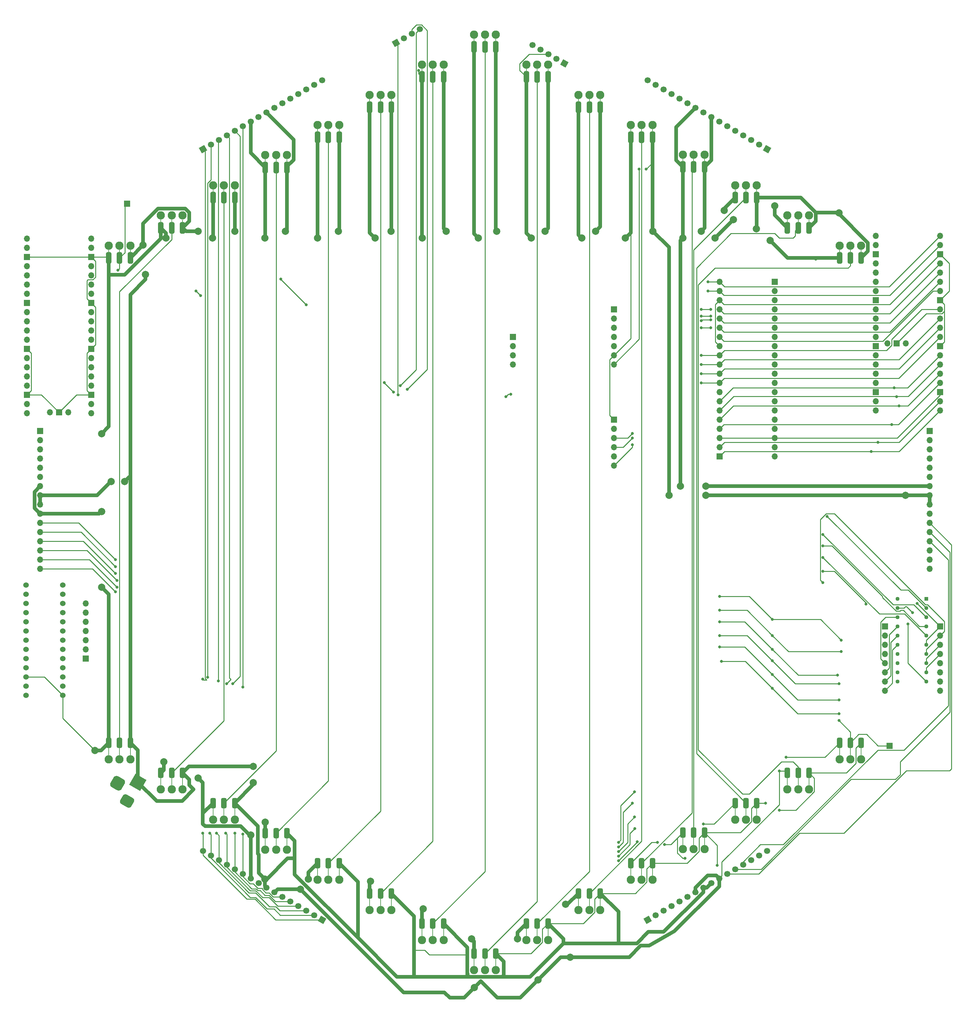
<source format=gtl>
%TF.GenerationSoftware,KiCad,Pcbnew,7.0.9*%
%TF.CreationDate,2024-01-04T11:10:08-06:00*%
%TF.ProjectId,HexDisplayPCB,48657844-6973-4706-9c61-795043422e6b,rev?*%
%TF.SameCoordinates,Original*%
%TF.FileFunction,Copper,L1,Top*%
%TF.FilePolarity,Positive*%
%FSLAX46Y46*%
G04 Gerber Fmt 4.6, Leading zero omitted, Abs format (unit mm)*
G04 Created by KiCad (PCBNEW 7.0.9) date 2024-01-04 11:10:08*
%MOMM*%
%LPD*%
G01*
G04 APERTURE LIST*
G04 Aperture macros list*
%AMRoundRect*
0 Rectangle with rounded corners*
0 $1 Rounding radius*
0 $2 $3 $4 $5 $6 $7 $8 $9 X,Y pos of 4 corners*
0 Add a 4 corners polygon primitive as box body*
4,1,4,$2,$3,$4,$5,$6,$7,$8,$9,$2,$3,0*
0 Add four circle primitives for the rounded corners*
1,1,$1+$1,$2,$3*
1,1,$1+$1,$4,$5*
1,1,$1+$1,$6,$7*
1,1,$1+$1,$8,$9*
0 Add four rect primitives between the rounded corners*
20,1,$1+$1,$2,$3,$4,$5,0*
20,1,$1+$1,$4,$5,$6,$7,0*
20,1,$1+$1,$6,$7,$8,$9,0*
20,1,$1+$1,$8,$9,$2,$3,0*%
%AMHorizOval*
0 Thick line with rounded ends*
0 $1 width*
0 $2 $3 position (X,Y) of the first rounded end (center of the circle)*
0 $4 $5 position (X,Y) of the second rounded end (center of the circle)*
0 Add line between two ends*
20,1,$1,$2,$3,$4,$5,0*
0 Add two circle primitives to create the rounded ends*
1,1,$1,$2,$3*
1,1,$1,$4,$5*%
%AMRotRect*
0 Rectangle, with rotation*
0 The origin of the aperture is its center*
0 $1 length*
0 $2 width*
0 $3 Rotation angle, in degrees counterclockwise*
0 Add horizontal line*
21,1,$1,$2,0,0,$3*%
G04 Aperture macros list end*
%TA.AperFunction,EtchedComponent*%
%ADD10C,0.200000*%
%TD*%
%TA.AperFunction,SMDPad,CuDef*%
%ADD11RoundRect,0.381000X-0.381000X1.190500X-0.381000X-1.190500X0.381000X-1.190500X0.381000X1.190500X0*%
%TD*%
%TA.AperFunction,SMDPad,CuDef*%
%ADD12RoundRect,0.381000X-0.381000X1.025500X-0.381000X-1.025500X0.381000X-1.025500X0.381000X1.025500X0*%
%TD*%
%TA.AperFunction,ComponentPad*%
%ADD13C,2.286000*%
%TD*%
%TA.AperFunction,ComponentPad*%
%ADD14R,1.700000X1.700000*%
%TD*%
%TA.AperFunction,ComponentPad*%
%ADD15O,1.700000X1.700000*%
%TD*%
%TA.AperFunction,ComponentPad*%
%ADD16RotRect,1.700000X1.700000X60.000000*%
%TD*%
%TA.AperFunction,ComponentPad*%
%ADD17HorizOval,1.700000X0.000000X0.000000X0.000000X0.000000X0*%
%TD*%
%TA.AperFunction,ComponentPad*%
%ADD18RotRect,3.500000X3.500000X60.000000*%
%TD*%
%TA.AperFunction,ComponentPad*%
%ADD19RoundRect,0.750000X0.491025X-1.149519X1.241025X0.149519X-0.491025X1.149519X-1.241025X-0.149519X0*%
%TD*%
%TA.AperFunction,ComponentPad*%
%ADD20RoundRect,0.875000X0.320272X-1.195272X1.195272X0.320272X-0.320272X1.195272X-1.195272X-0.320272X0*%
%TD*%
%TA.AperFunction,ComponentPad*%
%ADD21C,1.524000*%
%TD*%
%TA.AperFunction,ComponentPad*%
%ADD22R,1.130000X1.130000*%
%TD*%
%TA.AperFunction,ComponentPad*%
%ADD23C,1.130000*%
%TD*%
%TA.AperFunction,ComponentPad*%
%ADD24RotRect,1.700000X1.700000X300.000000*%
%TD*%
%TA.AperFunction,ComponentPad*%
%ADD25HorizOval,1.700000X0.000000X0.000000X0.000000X0.000000X0*%
%TD*%
%TA.AperFunction,ViaPad*%
%ADD26C,2.000000*%
%TD*%
%TA.AperFunction,ViaPad*%
%ADD27C,0.800000*%
%TD*%
%TA.AperFunction,Conductor*%
%ADD28C,1.000000*%
%TD*%
%TA.AperFunction,Conductor*%
%ADD29C,0.250000*%
%TD*%
G04 APERTURE END LIST*
D10*
%TO.C,A12*%
X370398054Y-100431667D02*
X370398054Y-101288667D01*
X367398054Y-100446667D02*
X367398054Y-101303667D01*
X373398054Y-100589667D02*
X373398054Y-101446667D01*
X370398054Y-323603667D02*
X370398054Y-321588667D01*
X373398054Y-323754167D02*
X373398054Y-321588667D01*
X367398054Y-323829417D02*
X367398054Y-321588667D01*
%TO.C,A2*%
X254926054Y-133765000D02*
X254926054Y-134622000D01*
X251926054Y-133780000D02*
X251926054Y-134637000D01*
X257926054Y-133923000D02*
X257926054Y-134780000D01*
X254926054Y-290297000D02*
X254926054Y-288282000D01*
X257926054Y-290447500D02*
X257926054Y-288282000D01*
X251926054Y-290522750D02*
X251926054Y-288282000D01*
%TO.C,A4*%
X283794054Y-117098334D02*
X283794054Y-117955334D01*
X280794054Y-117113334D02*
X280794054Y-117970334D01*
X286794054Y-117256334D02*
X286794054Y-118113334D01*
X283794054Y-306950334D02*
X283794054Y-304935334D01*
X286794054Y-307100834D02*
X286794054Y-304935334D01*
X280794054Y-307176084D02*
X280794054Y-304935334D01*
%TO.C,A7*%
X327096054Y-92098334D02*
X327096054Y-92955334D01*
X324096054Y-92113334D02*
X324096054Y-92970334D01*
X330096054Y-92256334D02*
X330096054Y-93113334D01*
X327096054Y-331930334D02*
X327096054Y-329915334D01*
X330096054Y-332080834D02*
X330096054Y-329915334D01*
X324096054Y-332156084D02*
X324096054Y-329915334D01*
%TO.C,A3*%
X269360054Y-125431667D02*
X269360054Y-126288667D01*
X266360054Y-125446667D02*
X266360054Y-126303667D01*
X272360054Y-125589667D02*
X272360054Y-126446667D01*
X269360054Y-298623667D02*
X269360054Y-296608667D01*
X272360054Y-298774167D02*
X272360054Y-296608667D01*
X266360054Y-298849417D02*
X266360054Y-296608667D01*
%TO.C,A6*%
X312662054Y-100431667D02*
X312662054Y-101288667D01*
X309662054Y-100446667D02*
X309662054Y-101303667D01*
X315662054Y-100589667D02*
X315662054Y-101446667D01*
X312662054Y-323603667D02*
X312662054Y-321588667D01*
X315662054Y-323754167D02*
X315662054Y-321588667D01*
X309662054Y-323829417D02*
X309662054Y-321588667D01*
%TO.C,A17*%
X442568054Y-142098334D02*
X442568054Y-142955334D01*
X439568054Y-142113334D02*
X439568054Y-142970334D01*
X445568054Y-142256334D02*
X445568054Y-143113334D01*
X442568054Y-281970334D02*
X442568054Y-279955334D01*
X445568054Y-282120834D02*
X445568054Y-279955334D01*
X439568054Y-282196084D02*
X439568054Y-279955334D01*
%TO.C,A1*%
X240492054Y-142098334D02*
X240492054Y-142955334D01*
X237492054Y-142113334D02*
X237492054Y-142970334D01*
X243492054Y-142256334D02*
X243492054Y-143113334D01*
X240492054Y-281970334D02*
X240492054Y-279955334D01*
X243492054Y-282120834D02*
X243492054Y-279955334D01*
X237492054Y-282196084D02*
X237492054Y-279955334D01*
%TO.C,A15*%
X413700054Y-125431667D02*
X413700054Y-126288667D01*
X410700054Y-125446667D02*
X410700054Y-126303667D01*
X416700054Y-125589667D02*
X416700054Y-126446667D01*
X413700054Y-298623667D02*
X413700054Y-296608667D01*
X416700054Y-298774167D02*
X416700054Y-296608667D01*
X410700054Y-298849417D02*
X410700054Y-296608667D01*
%TO.C,A14*%
X399240000Y-116951500D02*
X399240000Y-117808500D01*
X396240000Y-116966500D02*
X396240000Y-117823500D01*
X402240000Y-117109500D02*
X402240000Y-117966500D01*
X399240000Y-306803500D02*
X399240000Y-304788500D01*
X402240000Y-306954000D02*
X402240000Y-304788500D01*
X396240000Y-307029250D02*
X396240000Y-304788500D01*
%TO.C,A16*%
X428134054Y-133765000D02*
X428134054Y-134622000D01*
X425134054Y-133780000D02*
X425134054Y-134637000D01*
X431134054Y-133923000D02*
X431134054Y-134780000D01*
X428134054Y-290297000D02*
X428134054Y-288282000D01*
X431134054Y-290447500D02*
X431134054Y-288282000D01*
X425134054Y-290522750D02*
X425134054Y-288282000D01*
%TO.C,A11*%
X355964054Y-92098334D02*
X355964054Y-92955334D01*
X352964054Y-92113334D02*
X352964054Y-92970334D01*
X358964054Y-92256334D02*
X358964054Y-93113334D01*
X355964054Y-331930334D02*
X355964054Y-329915334D01*
X358964054Y-332080834D02*
X358964054Y-329915334D01*
X352964054Y-332156084D02*
X352964054Y-329915334D01*
%TO.C,A8*%
X341530054Y-83765000D02*
X341530054Y-84622000D01*
X338530054Y-83780000D02*
X338530054Y-84637000D01*
X344530054Y-83923000D02*
X344530054Y-84780000D01*
X341530054Y-340257000D02*
X341530054Y-338242000D01*
X344530054Y-340407500D02*
X344530054Y-338242000D01*
X338530054Y-340482750D02*
X338530054Y-338242000D01*
%TO.C,A13*%
X384832054Y-108765000D02*
X384832054Y-109622000D01*
X381832054Y-108780000D02*
X381832054Y-109637000D01*
X387832054Y-108923000D02*
X387832054Y-109780000D01*
X384832054Y-315277000D02*
X384832054Y-313262000D01*
X387832054Y-315427500D02*
X387832054Y-313262000D01*
X381832054Y-315502750D02*
X381832054Y-313262000D01*
%TO.C,A5*%
X298228054Y-108765000D02*
X298228054Y-109622000D01*
X295228054Y-108780000D02*
X295228054Y-109637000D01*
X301228054Y-108923000D02*
X301228054Y-109780000D01*
X298228054Y-315277000D02*
X298228054Y-313262000D01*
X301228054Y-315427500D02*
X301228054Y-313262000D01*
X295228054Y-315502750D02*
X295228054Y-313262000D01*
%TD*%
D11*
%TO.P,A12,1,GND_Start*%
%TO.N,GND*%
X367398054Y-102860167D03*
%TO.P,A12,2,Data_In*%
%TO.N,Net-(A11-Data_Out)*%
X370398054Y-102860167D03*
%TO.P,A12,3,5V_Start*%
%TO.N,+5V*%
X373398054Y-102860167D03*
D12*
%TO.P,A12,4,GND_End*%
%TO.N,GND*%
X367398054Y-320182167D03*
%TO.P,A12,5,Data_Out*%
%TO.N,Net-(A12-Data_Out)*%
X370398054Y-320182167D03*
%TO.P,A12,6,5V_End*%
%TO.N,+5V*%
X373398054Y-320182167D03*
D13*
%TO.P,A12,10*%
%TO.N,N/C*%
X373398054Y-99446667D03*
X370398054Y-99446667D03*
X367398054Y-99446667D03*
%TO.P,A12,11*%
X373398054Y-324746667D03*
X370398054Y-324746667D03*
X367398054Y-324746667D03*
%TD*%
D11*
%TO.P,A2,1,GND_Start*%
%TO.N,GND*%
X251926054Y-136193500D03*
%TO.P,A2,2,Data_In*%
%TO.N,Net-(A1-Data_Out)*%
X254926054Y-136193500D03*
%TO.P,A2,3,5V_Start*%
%TO.N,+5V*%
X257926054Y-136193500D03*
D12*
%TO.P,A2,4,GND_End*%
%TO.N,GND*%
X251926054Y-286875500D03*
%TO.P,A2,5,Data_Out*%
%TO.N,Net-(A2-Data_Out)*%
X254926054Y-286875500D03*
%TO.P,A2,6,5V_End*%
%TO.N,+5V*%
X257926054Y-286875500D03*
D13*
%TO.P,A2,10*%
%TO.N,N/C*%
X257926054Y-132780000D03*
X254926054Y-132780000D03*
X251926054Y-132780000D03*
%TO.P,A2,11*%
X257926054Y-291440000D03*
X254926054Y-291440000D03*
X251926054Y-291440000D03*
%TD*%
D11*
%TO.P,A4,1,GND_Start*%
%TO.N,GND*%
X280794054Y-119526834D03*
%TO.P,A4,2,Data_In*%
%TO.N,Net-(A3-Data_Out)*%
X283794054Y-119526834D03*
%TO.P,A4,3,5V_Start*%
%TO.N,+5V*%
X286794054Y-119526834D03*
D12*
%TO.P,A4,4,GND_End*%
%TO.N,GND*%
X280794054Y-303528834D03*
%TO.P,A4,5,Data_Out*%
%TO.N,Net-(A4-Data_Out)*%
X283794054Y-303528834D03*
%TO.P,A4,6,5V_End*%
%TO.N,+5V*%
X286794054Y-303528834D03*
D13*
%TO.P,A4,10*%
%TO.N,N/C*%
X286794054Y-116113334D03*
X283794054Y-116113334D03*
X280794054Y-116113334D03*
%TO.P,A4,11*%
X286794054Y-308093334D03*
X283794054Y-308093334D03*
X280794054Y-308093334D03*
%TD*%
D11*
%TO.P,A7,1,GND_Start*%
%TO.N,GND*%
X324096054Y-94526834D03*
%TO.P,A7,2,Data_In*%
%TO.N,Net-(A6-Data_Out)*%
X327096054Y-94526834D03*
%TO.P,A7,3,5V_Start*%
%TO.N,+5V*%
X330096054Y-94526834D03*
D12*
%TO.P,A7,4,GND_End*%
%TO.N,GND*%
X324096054Y-328508834D03*
%TO.P,A7,5,Data_Out*%
%TO.N,Net-(A7-Data_Out)*%
X327096054Y-328508834D03*
%TO.P,A7,6,5V_End*%
%TO.N,+5V*%
X330096054Y-328508834D03*
D13*
%TO.P,A7,10*%
%TO.N,N/C*%
X330096054Y-91113334D03*
X327096054Y-91113334D03*
X324096054Y-91113334D03*
%TO.P,A7,11*%
X330096054Y-333073334D03*
X327096054Y-333073334D03*
X324096054Y-333073334D03*
%TD*%
D11*
%TO.P,A3,1,GND_Start*%
%TO.N,GND*%
X266360054Y-127860167D03*
%TO.P,A3,2,Data_In*%
%TO.N,Net-(A2-Data_Out)*%
X269360054Y-127860167D03*
%TO.P,A3,3,5V_Start*%
%TO.N,+5V*%
X272360054Y-127860167D03*
D12*
%TO.P,A3,4,GND_End*%
%TO.N,GND*%
X266360054Y-295202167D03*
%TO.P,A3,5,Data_Out*%
%TO.N,Net-(A3-Data_Out)*%
X269360054Y-295202167D03*
%TO.P,A3,6,5V_End*%
%TO.N,+5V*%
X272360054Y-295202167D03*
D13*
%TO.P,A3,10*%
%TO.N,N/C*%
X272360054Y-124446667D03*
X269360054Y-124446667D03*
X266360054Y-124446667D03*
%TO.P,A3,11*%
X272360054Y-299766667D03*
X269360054Y-299766667D03*
X266360054Y-299766667D03*
%TD*%
D11*
%TO.P,A6,1,GND_Start*%
%TO.N,GND*%
X309662054Y-102860167D03*
%TO.P,A6,2,Data_In*%
%TO.N,Net-(A5-Data_Out)*%
X312662054Y-102860167D03*
%TO.P,A6,3,5V_Start*%
%TO.N,+5V*%
X315662054Y-102860167D03*
D12*
%TO.P,A6,4,GND_End*%
%TO.N,GND*%
X309662054Y-320182167D03*
%TO.P,A6,5,Data_Out*%
%TO.N,Net-(A6-Data_Out)*%
X312662054Y-320182167D03*
%TO.P,A6,6,5V_End*%
%TO.N,+5V*%
X315662054Y-320182167D03*
D13*
%TO.P,A6,10*%
%TO.N,N/C*%
X315662054Y-99446667D03*
X312662054Y-99446667D03*
X309662054Y-99446667D03*
%TO.P,A6,11*%
X315662054Y-324746667D03*
X312662054Y-324746667D03*
X309662054Y-324746667D03*
%TD*%
%TO.P,A17,*%
%TO.N,*%
X445568054Y-141113334D03*
X442568054Y-141113334D03*
X439568054Y-141113334D03*
X445568054Y-283113334D03*
X442568054Y-283113334D03*
X439568054Y-283113334D03*
D11*
%TO.P,A17,1,GND_Start*%
%TO.N,GND*%
X439568054Y-144526834D03*
%TO.P,A17,2,Data_In*%
%TO.N,Net-(A16-Data_Out)*%
X442568054Y-144526834D03*
%TO.P,A17,3,5V_Start*%
%TO.N,+5V*%
X445568054Y-144526834D03*
D12*
%TO.P,A17,4,GND_End*%
%TO.N,GND*%
X439568054Y-278548834D03*
%TO.P,A17,5,Data_Out*%
%TO.N,/LED_DATA_OUT*%
X442568054Y-278548834D03*
%TO.P,A17,6,5V_End*%
%TO.N,+5V*%
X445568054Y-278548834D03*
%TD*%
D13*
%TO.P,A1,*%
%TO.N,*%
X243492054Y-141113334D03*
X240492054Y-141113334D03*
X237492054Y-141113334D03*
X243492054Y-283113334D03*
X240492054Y-283113334D03*
X237492054Y-283113334D03*
D11*
%TO.P,A1,1,GND_Start*%
%TO.N,GND*%
X237492054Y-144526834D03*
%TO.P,A1,2,Data_In*%
%TO.N,/LED_DATA_IN*%
X240492054Y-144526834D03*
%TO.P,A1,3,5V_Start*%
%TO.N,+5V*%
X243492054Y-144526834D03*
D12*
%TO.P,A1,4,GND_End*%
%TO.N,GND*%
X237492054Y-278548834D03*
%TO.P,A1,5,Data_Out*%
%TO.N,Net-(A1-Data_Out)*%
X240492054Y-278548834D03*
%TO.P,A1,6,5V_End*%
%TO.N,+5V*%
X243492054Y-278548834D03*
%TD*%
D11*
%TO.P,A15,1,GND_Start*%
%TO.N,GND*%
X410700054Y-127860167D03*
%TO.P,A15,2,Data_In*%
%TO.N,Net-(A14-Data_Out)*%
X413700054Y-127860167D03*
%TO.P,A15,3,5V_Start*%
%TO.N,+5V*%
X416700054Y-127860167D03*
D12*
%TO.P,A15,4,GND_End*%
%TO.N,GND*%
X410700054Y-295202167D03*
%TO.P,A15,5,Data_Out*%
%TO.N,Net-(A15-Data_Out)*%
X413700054Y-295202167D03*
%TO.P,A15,6,5V_End*%
%TO.N,+5V*%
X416700054Y-295202167D03*
D13*
%TO.P,A15,10*%
%TO.N,N/C*%
X416700054Y-124446667D03*
X413700054Y-124446667D03*
X410700054Y-124446667D03*
%TO.P,A15,11*%
X416700054Y-299766667D03*
X413700054Y-299766667D03*
X410700054Y-299766667D03*
%TD*%
D11*
%TO.P,A14,1,GND_Start*%
%TO.N,GND*%
X396240000Y-119380000D03*
%TO.P,A14,2,Data_In*%
%TO.N,Net-(A13-Data_Out)*%
X399240000Y-119380000D03*
%TO.P,A14,3,5V_Start*%
%TO.N,+5V*%
X402240000Y-119380000D03*
D12*
%TO.P,A14,4,GND_End*%
%TO.N,GND*%
X396240000Y-303382000D03*
%TO.P,A14,5,Data_Out*%
%TO.N,Net-(A14-Data_Out)*%
X399240000Y-303382000D03*
%TO.P,A14,6,5V_End*%
%TO.N,+5V*%
X402240000Y-303382000D03*
D13*
%TO.P,A14,10*%
%TO.N,N/C*%
X402240000Y-115966500D03*
X399240000Y-115966500D03*
X396240000Y-115966500D03*
%TO.P,A14,11*%
X402240000Y-307946500D03*
X399240000Y-307946500D03*
X396240000Y-307946500D03*
%TD*%
D11*
%TO.P,A16,1,GND_Start*%
%TO.N,GND*%
X425134054Y-136193500D03*
%TO.P,A16,2,Data_In*%
%TO.N,Net-(A15-Data_Out)*%
X428134054Y-136193500D03*
%TO.P,A16,3,5V_Start*%
%TO.N,+5V*%
X431134054Y-136193500D03*
D12*
%TO.P,A16,4,GND_End*%
%TO.N,GND*%
X425134054Y-286875500D03*
%TO.P,A16,5,Data_Out*%
%TO.N,Net-(A16-Data_Out)*%
X428134054Y-286875500D03*
%TO.P,A16,6,5V_End*%
%TO.N,+5V*%
X431134054Y-286875500D03*
D13*
%TO.P,A16,10*%
%TO.N,N/C*%
X431134054Y-132780000D03*
X428134054Y-132780000D03*
X425134054Y-132780000D03*
%TO.P,A16,11*%
X431134054Y-291440000D03*
X428134054Y-291440000D03*
X425134054Y-291440000D03*
%TD*%
D11*
%TO.P,A11,1,GND_Start*%
%TO.N,GND*%
X352964054Y-94526834D03*
%TO.P,A11,2,Data_In*%
%TO.N,Net-(A11-Data_In)*%
X355964054Y-94526834D03*
%TO.P,A11,3,5V_Start*%
%TO.N,+5V*%
X358964054Y-94526834D03*
D12*
%TO.P,A11,4,GND_End*%
%TO.N,GND*%
X352964054Y-328508834D03*
%TO.P,A11,5,Data_Out*%
%TO.N,Net-(A11-Data_Out)*%
X355964054Y-328508834D03*
%TO.P,A11,6,5V_End*%
%TO.N,+5V*%
X358964054Y-328508834D03*
D13*
%TO.P,A11,10*%
%TO.N,N/C*%
X358964054Y-91113334D03*
X355964054Y-91113334D03*
X352964054Y-91113334D03*
%TO.P,A11,11*%
X358964054Y-333073334D03*
X355964054Y-333073334D03*
X352964054Y-333073334D03*
%TD*%
D11*
%TO.P,A8,1,GND_Start*%
%TO.N,GND*%
X338530054Y-86193500D03*
%TO.P,A8,2,Data_In*%
%TO.N,Net-(A7-Data_Out)*%
X341530054Y-86193500D03*
%TO.P,A8,3,5V_Start*%
%TO.N,+5V*%
X344530054Y-86193500D03*
D12*
%TO.P,A8,4,GND_End*%
%TO.N,GND*%
X338530054Y-336835500D03*
%TO.P,A8,5,Data_Out*%
%TO.N,Net-(A11-Data_In)*%
X341530054Y-336835500D03*
%TO.P,A8,6,5V_End*%
%TO.N,+5V*%
X344530054Y-336835500D03*
D13*
%TO.P,A8,10*%
%TO.N,N/C*%
X344530054Y-82780000D03*
X341530054Y-82780000D03*
X338530054Y-82780000D03*
%TO.P,A8,11*%
X344530054Y-341400000D03*
X341530054Y-341400000D03*
X338530054Y-341400000D03*
%TD*%
D11*
%TO.P,A13,1,GND_Start*%
%TO.N,GND*%
X381832054Y-111193500D03*
%TO.P,A13,2,Data_In*%
%TO.N,Net-(A12-Data_Out)*%
X384832054Y-111193500D03*
%TO.P,A13,3,5V_Start*%
%TO.N,+5V*%
X387832054Y-111193500D03*
D12*
%TO.P,A13,4,GND_End*%
%TO.N,GND*%
X381832054Y-311855500D03*
%TO.P,A13,5,Data_Out*%
%TO.N,Net-(A13-Data_Out)*%
X384832054Y-311855500D03*
%TO.P,A13,6,5V_End*%
%TO.N,+5V*%
X387832054Y-311855500D03*
D13*
%TO.P,A13,10*%
%TO.N,N/C*%
X387832054Y-107780000D03*
X384832054Y-107780000D03*
X381832054Y-107780000D03*
%TO.P,A13,11*%
X387832054Y-316420000D03*
X384832054Y-316420000D03*
X381832054Y-316420000D03*
%TD*%
D11*
%TO.P,A5,1,GND_Start*%
%TO.N,GND*%
X295228054Y-111193500D03*
%TO.P,A5,2,Data_In*%
%TO.N,Net-(A4-Data_Out)*%
X298228054Y-111193500D03*
%TO.P,A5,3,5V_Start*%
%TO.N,+5V*%
X301228054Y-111193500D03*
D12*
%TO.P,A5,4,GND_End*%
%TO.N,GND*%
X295228054Y-311855500D03*
%TO.P,A5,5,Data_Out*%
%TO.N,Net-(A5-Data_Out)*%
X298228054Y-311855500D03*
%TO.P,A5,6,5V_End*%
%TO.N,+5V*%
X301228054Y-311855500D03*
D13*
%TO.P,A5,10*%
%TO.N,N/C*%
X301228054Y-107780000D03*
X298228054Y-107780000D03*
X295228054Y-107780000D03*
%TO.P,A5,11*%
X301228054Y-316420000D03*
X298228054Y-316420000D03*
X295228054Y-316420000D03*
%TD*%
D14*
%TO.P,J1,1,Pin_1*%
%TO.N,/PICO_DATAIN_6*%
X406400000Y-199390000D03*
D15*
%TO.P,J1,2,Pin_2*%
%TO.N,/PICO_DATAIN_5*%
X406400000Y-196850000D03*
%TO.P,J1,3,Pin_3*%
%TO.N,GND*%
X406400000Y-194310000D03*
%TO.P,J1,4,Pin_4*%
%TO.N,/PICO_DATAIN_4*%
X406400000Y-191770000D03*
%TO.P,J1,5,Pin_5*%
%TO.N,/PICO_DATAIN_3*%
X406400000Y-189230000D03*
%TO.P,J1,6,Pin_6*%
%TO.N,/PICO_DATAIN_2*%
X406400000Y-186690000D03*
%TO.P,J1,7,Pin_7*%
%TO.N,/PICO_DATAIN_1*%
X406400000Y-184150000D03*
%TO.P,J1,8,Pin_8*%
%TO.N,GND*%
X406400000Y-181610000D03*
%TO.P,J1,9,Pin_9*%
%TO.N,/SCL*%
X406400000Y-179070000D03*
%TO.P,J1,10,Pin_10*%
%TO.N,/SDA*%
X406400000Y-176530000D03*
%TO.P,J1,11,Pin_11*%
%TO.N,/RTC_INT*%
X406400000Y-173990000D03*
%TO.P,J1,12,Pin_12*%
%TO.N,/KEYPAD_INT*%
X406400000Y-171450000D03*
%TO.P,J1,13,Pin_13*%
%TO.N,GND*%
X406400000Y-168910000D03*
%TO.P,J1,14,Pin_14*%
%TO.N,Net-(J1-Pin_14)*%
X406400000Y-166370000D03*
%TO.P,J1,15,Pin_15*%
%TO.N,/DIN*%
X406400000Y-163830000D03*
%TO.P,J1,16,Pin_16*%
%TO.N,/BCLK*%
X406400000Y-161290000D03*
%TO.P,J1,17,Pin_17*%
%TO.N,/LRC*%
X406400000Y-158750000D03*
%TO.P,J1,18,Pin_18*%
%TO.N,GND*%
X406400000Y-156210000D03*
%TO.P,J1,19,Pin_19*%
%TO.N,/UART0 RX*%
X406400000Y-153670000D03*
%TO.P,J1,20,Pin_20*%
%TO.N,/UART0 TX*%
X406400000Y-151130000D03*
%TD*%
D14*
%TO.P,RTC1,1,Pin_1*%
%TO.N,GND*%
X377190000Y-189230000D03*
D15*
%TO.P,RTC1,2,Pin_2*%
%TO.N,+3V3*%
X377190000Y-191770000D03*
%TO.P,RTC1,3,Pin_3*%
%TO.N,/SDA*%
X377190000Y-194310000D03*
%TO.P,RTC1,4,Pin_4*%
%TO.N,/SCL*%
X377190000Y-196850000D03*
%TO.P,RTC1,5,Pin_5*%
%TO.N,unconnected-(RTC1-Pin_5-Pad5)*%
X377190000Y-199390000D03*
%TO.P,RTC1,6,Pin_6*%
%TO.N,/RTC_INT*%
X377190000Y-201930000D03*
%TD*%
D14*
%TO.P,LED_DATA_IN1,1,Pin_1*%
%TO.N,/LED_DATA_IN*%
X242570000Y-129540000D03*
%TD*%
D16*
%TO.P,J7,1,Pin_1*%
%TO.N,/BUS_1*%
X419508907Y-114481368D03*
D17*
%TO.P,J7,2,Pin_2*%
%TO.N,/BUS_2*%
X417309202Y-113211368D03*
%TO.P,J7,3,Pin_3*%
%TO.N,/BUS_3*%
X415109498Y-111941368D03*
%TO.P,J7,4,Pin_4*%
%TO.N,/BUS_4*%
X412909793Y-110671368D03*
%TO.P,J7,5,Pin_5*%
%TO.N,/BUS_5*%
X410710089Y-109401368D03*
%TO.P,J7,6,Pin_6*%
%TO.N,/BUS_6*%
X408510384Y-108131368D03*
%TO.P,J7,7,Pin_7*%
%TO.N,GND*%
X406310680Y-106861368D03*
%TO.P,J7,8,Pin_8*%
%TO.N,+5V*%
X404110975Y-105591368D03*
%TO.P,J7,9,Pin_9*%
X401911271Y-104321368D03*
%TO.P,J7,10,Pin_10*%
%TO.N,GND*%
X399711566Y-103051368D03*
%TO.P,J7,11,Pin_11*%
%TO.N,/BUS_6*%
X397511862Y-101781368D03*
%TO.P,J7,12,Pin_12*%
%TO.N,/BUS_5*%
X395312157Y-100511368D03*
%TO.P,J7,13,Pin_13*%
%TO.N,/BUS_4*%
X393112453Y-99241368D03*
%TO.P,J7,14,Pin_14*%
%TO.N,/BUS_3*%
X390912748Y-97971368D03*
%TO.P,J7,15,Pin_15*%
%TO.N,/BUS_2*%
X388713044Y-96701368D03*
%TO.P,J7,16,Pin_16*%
%TO.N,/BUS_1*%
X386513339Y-95431368D03*
%TD*%
D14*
%TO.P,STEPPER_1-4,1,Pin_1*%
%TO.N,Net-(PICO_DATAIN_1-STEPPER1-B)*%
X452120000Y-246380000D03*
D15*
%TO.P,STEPPER_1-4,2,Pin_2*%
%TO.N,Net-(PICO_DATAIN_2-STEPPER1-B)*%
X452120000Y-248920000D03*
%TO.P,STEPPER_1-4,3,Pin_3*%
%TO.N,Net-(PICO_DATAIN_3-STEPPER1-B)*%
X452120000Y-251460000D03*
%TO.P,STEPPER_1-4,4,Pin_4*%
%TO.N,Net-(PICO_DATAIN_4-STEPPER1-B)*%
X452120000Y-254000000D03*
%TO.P,STEPPER_1-4,5,Pin_5*%
%TO.N,Net-(STEPPER-DATA_1-B)*%
X452120000Y-256540000D03*
%TO.P,STEPPER_1-4,6,Pin_6*%
%TO.N,Net-(STEPPER-DATA_2-B)*%
X452120000Y-259080000D03*
%TO.P,STEPPER_1-4,7,Pin_7*%
%TO.N,Net-(STEPPER-DATA_3-B)*%
X452120000Y-261620000D03*
%TO.P,STEPPER_1-4,8,Pin_8*%
%TO.N,Net-(STEPPER-DATA_4-B)*%
X452120000Y-264160000D03*
%TD*%
D16*
%TO.P,J4,1,Pin_1*%
%TO.N,/BUS_1*%
X296546232Y-327461173D03*
D17*
%TO.P,J4,2,Pin_2*%
%TO.N,/BUS_2*%
X294346527Y-326191173D03*
%TO.P,J4,3,Pin_3*%
%TO.N,/BUS_3*%
X292146823Y-324921173D03*
%TO.P,J4,4,Pin_4*%
%TO.N,/BUS_4*%
X289947118Y-323651173D03*
%TO.P,J4,5,Pin_5*%
%TO.N,/BUS_5*%
X287747414Y-322381173D03*
%TO.P,J4,6,Pin_6*%
%TO.N,/BUS_6*%
X285547709Y-321111173D03*
%TO.P,J4,7,Pin_7*%
%TO.N,GND*%
X283348005Y-319841173D03*
%TO.P,J4,8,Pin_8*%
%TO.N,+5V*%
X281148300Y-318571173D03*
%TO.P,J4,9,Pin_9*%
X278948596Y-317301173D03*
%TO.P,J4,10,Pin_10*%
%TO.N,GND*%
X276748891Y-316031173D03*
%TO.P,J4,11,Pin_11*%
%TO.N,/BUS_6*%
X274549187Y-314761173D03*
%TO.P,J4,12,Pin_12*%
%TO.N,/BUS_5*%
X272349482Y-313491173D03*
%TO.P,J4,13,Pin_13*%
%TO.N,/BUS_4*%
X270149778Y-312221173D03*
%TO.P,J4,14,Pin_14*%
%TO.N,/BUS_3*%
X267950073Y-310951173D03*
%TO.P,J4,15,Pin_15*%
%TO.N,/BUS_2*%
X265750369Y-309681173D03*
%TO.P,J4,16,Pin_16*%
%TO.N,/BUS_1*%
X263550664Y-308411173D03*
%TD*%
D14*
%TO.P,J3,1,Pin_1*%
%TO.N,/BUS_1*%
X464493692Y-192397106D03*
D15*
%TO.P,J3,2,Pin_2*%
%TO.N,/BUS_2*%
X464493692Y-194937106D03*
%TO.P,J3,3,Pin_3*%
%TO.N,/BUS_3*%
X464493692Y-197477106D03*
%TO.P,J3,4,Pin_4*%
%TO.N,/BUS_4*%
X464493692Y-200017106D03*
%TO.P,J3,5,Pin_5*%
%TO.N,/BUS_5*%
X464493692Y-202557106D03*
%TO.P,J3,6,Pin_6*%
%TO.N,/BUS_6*%
X464493692Y-205097106D03*
%TO.P,J3,7,Pin_7*%
%TO.N,GND*%
X464493692Y-207637106D03*
%TO.P,J3,8,Pin_8*%
%TO.N,+5V*%
X464493692Y-210177106D03*
%TO.P,J3,9,Pin_9*%
X464493692Y-212717106D03*
%TO.P,J3,10,Pin_10*%
%TO.N,GND*%
X464493692Y-215257106D03*
%TO.P,J3,11,Pin_11*%
%TO.N,/BUS_6*%
X464493692Y-217797106D03*
%TO.P,J3,12,Pin_12*%
%TO.N,/BUS_5*%
X464493692Y-220337106D03*
%TO.P,J3,13,Pin_13*%
%TO.N,/BUS_4*%
X464493692Y-222877106D03*
%TO.P,J3,14,Pin_14*%
%TO.N,/BUS_3*%
X464493692Y-225417106D03*
%TO.P,J3,15,Pin_15*%
%TO.N,/BUS_2*%
X464493692Y-227957106D03*
%TO.P,J3,16,Pin_16*%
%TO.N,/BUS_1*%
X464493692Y-230497106D03*
%TD*%
D14*
%TO.P,J5,1,Pin_1*%
%TO.N,/BUS_1*%
X218566052Y-192396439D03*
D15*
%TO.P,J5,2,Pin_2*%
%TO.N,/BUS_2*%
X218566052Y-194936439D03*
%TO.P,J5,3,Pin_3*%
%TO.N,/BUS_3*%
X218566052Y-197476439D03*
%TO.P,J5,4,Pin_4*%
%TO.N,/BUS_4*%
X218566052Y-200016439D03*
%TO.P,J5,5,Pin_5*%
%TO.N,/BUS_5*%
X218566052Y-202556439D03*
%TO.P,J5,6,Pin_6*%
%TO.N,/BUS_6*%
X218566052Y-205096439D03*
%TO.P,J5,7,Pin_7*%
%TO.N,GND*%
X218566052Y-207636439D03*
%TO.P,J5,8,Pin_8*%
%TO.N,+5V*%
X218566052Y-210176439D03*
%TO.P,J5,9,Pin_9*%
X218566052Y-212716439D03*
%TO.P,J5,10,Pin_10*%
%TO.N,GND*%
X218566052Y-215256439D03*
%TO.P,J5,11,Pin_11*%
%TO.N,/BUS_6*%
X218566052Y-217796439D03*
%TO.P,J5,12,Pin_12*%
%TO.N,/BUS_5*%
X218566052Y-220336439D03*
%TO.P,J5,13,Pin_13*%
%TO.N,/BUS_4*%
X218566052Y-222876439D03*
%TO.P,J5,14,Pin_14*%
%TO.N,/BUS_3*%
X218566052Y-225416439D03*
%TO.P,J5,15,Pin_15*%
%TO.N,/BUS_2*%
X218566052Y-227956439D03*
%TO.P,J5,16,Pin_16*%
%TO.N,/BUS_1*%
X218566052Y-230496439D03*
%TD*%
D14*
%TO.P,J2,1,Pin_1*%
%TO.N,Net-(J2-Pin_1)*%
X421640000Y-151130000D03*
D15*
%TO.P,J2,2,Pin_2*%
%TO.N,Net-(J2-Pin_2)*%
X421640000Y-153670000D03*
%TO.P,J2,3,Pin_3*%
%TO.N,GND*%
X421640000Y-156210000D03*
%TO.P,J2,4,Pin_4*%
%TO.N,Net-(J2-Pin_4)*%
X421640000Y-158750000D03*
%TO.P,J2,5,Pin_5*%
%TO.N,+3V3*%
X421640000Y-161290000D03*
%TO.P,J2,6,Pin_6*%
%TO.N,Net-(J2-Pin_6)*%
X421640000Y-163830000D03*
%TO.P,J2,7,Pin_7*%
%TO.N,Net-(J2-Pin_7)*%
X421640000Y-166370000D03*
%TO.P,J2,8,Pin_8*%
%TO.N,Net-(J2-Pin_8)*%
X421640000Y-168910000D03*
%TO.P,J2,9,Pin_9*%
%TO.N,Net-(J2-Pin_9)*%
X421640000Y-171450000D03*
%TO.P,J2,10,Pin_10*%
%TO.N,Net-(J2-Pin_10)*%
X421640000Y-173990000D03*
%TO.P,J2,11,Pin_11*%
%TO.N,Net-(J2-Pin_11)*%
X421640000Y-176530000D03*
%TO.P,J2,12,Pin_12*%
%TO.N,Net-(J2-Pin_12)*%
X421640000Y-179070000D03*
%TO.P,J2,13,Pin_13*%
%TO.N,GND*%
X421640000Y-181610000D03*
%TO.P,J2,14,Pin_14*%
%TO.N,Net-(J2-Pin_14)*%
X421640000Y-184150000D03*
%TO.P,J2,15,Pin_15*%
%TO.N,Net-(J2-Pin_15)*%
X421640000Y-186690000D03*
%TO.P,J2,16,Pin_16*%
%TO.N,Net-(J2-Pin_16)*%
X421640000Y-189230000D03*
%TO.P,J2,17,Pin_17*%
%TO.N,Net-(J2-Pin_17)*%
X421640000Y-191770000D03*
%TO.P,J2,18,Pin_18*%
%TO.N,GND*%
X421640000Y-194310000D03*
%TO.P,J2,19,Pin_19*%
%TO.N,Net-(J2-Pin_19)*%
X421640000Y-196850000D03*
%TO.P,J2,20,Pin_20*%
%TO.N,Net-(J2-Pin_20)*%
X421640000Y-199390000D03*
%TD*%
D18*
%TO.P,J30,1*%
%TO.N,+5V*%
X245570000Y-289443848D03*
D19*
%TO.P,J30,2*%
%TO.N,GND*%
X242570000Y-294640000D03*
D20*
%TO.P,J30,3*%
%TO.N,unconnected-(J30-Pad3)*%
X239999681Y-289691924D03*
%TD*%
D16*
%TO.P,AmbientLightSensor1,1,Pin_1*%
%TO.N,+3V3*%
X363514705Y-90805000D03*
D17*
%TO.P,AmbientLightSensor1,2,Pin_2*%
%TO.N,unconnected-(AmbientLightSensor1-Pin_2-Pad2)*%
X361315000Y-89535000D03*
%TO.P,AmbientLightSensor1,3,Pin_3*%
%TO.N,GND*%
X359115296Y-88265000D03*
%TO.P,AmbientLightSensor1,4,Pin_4*%
%TO.N,/SCL*%
X356915591Y-86995000D03*
%TO.P,AmbientLightSensor1,5,Pin_5*%
%TO.N,/SDA*%
X354715887Y-85725000D03*
%TD*%
D14*
%TO.P,MAX98357,1,Pin_1*%
%TO.N,/LRC*%
X377190000Y-158750000D03*
D15*
%TO.P,MAX98357,2,Pin_2*%
%TO.N,/BCLK*%
X377190000Y-161290000D03*
%TO.P,MAX98357,3,Pin_3*%
%TO.N,/DIN*%
X377190000Y-163830000D03*
%TO.P,MAX98357,4,Pin_4*%
%TO.N,Net-(MAX98357-Pin_4)*%
X377190000Y-166370000D03*
%TO.P,MAX98357,5,Pin_5*%
%TO.N,Net-(MAX98357-Pin_5)*%
X377190000Y-168910000D03*
%TO.P,MAX98357,6,Pin_6*%
%TO.N,GND*%
X377190000Y-171450000D03*
%TO.P,MAX98357,7,Pin_7*%
%TO.N,+5V*%
X377190000Y-173990000D03*
%TD*%
D21*
%TO.P,U2,1,VIN*%
%TO.N,+3V3*%
X214630000Y-265430000D03*
%TO.P,U2,2,3Vo*%
%TO.N,unconnected-(U2-3Vo-Pad2)*%
X214630000Y-262890000D03*
%TO.P,U2,3,GND*%
%TO.N,GND*%
X214630000Y-260350000D03*
%TO.P,U2,4,SCL*%
%TO.N,/SCL*%
X214630000Y-257810000D03*
%TO.P,U2,5,SDA*%
%TO.N,/SDA*%
X214630000Y-255270000D03*
%TO.P,U2,6,INT*%
%TO.N,/KEYPAD_INT*%
X214630000Y-252730000D03*
%TO.P,U2,7,RST*%
%TO.N,unconnected-(U2-RST-Pad7)*%
X214630000Y-250190000D03*
%TO.P,U2,8,R7*%
%TO.N,unconnected-(U2-R7-Pad8)*%
X214630000Y-247650000D03*
%TO.P,U2,9,R6*%
%TO.N,unconnected-(U2-R6-Pad9)*%
X214630000Y-245110000D03*
%TO.P,U2,10,R5*%
%TO.N,unconnected-(U2-R5-Pad10)*%
X214630000Y-242570000D03*
%TO.P,U2,11,R4*%
%TO.N,unconnected-(U2-R4-Pad11)*%
X214630000Y-240030000D03*
%TO.P,U2,12,R3*%
%TO.N,unconnected-(U2-R3-Pad12)*%
X214630000Y-237490000D03*
%TO.P,U2,13,R2*%
%TO.N,/KEYPAD_5*%
X214630000Y-234950000D03*
%TO.P,U2,14,GND*%
%TO.N,GND*%
X224790000Y-265430000D03*
%TO.P,U2,15,C9*%
%TO.N,unconnected-(U2-C9-Pad15)*%
X224790000Y-262890000D03*
%TO.P,U2,16,C8*%
%TO.N,unconnected-(U2-C8-Pad16)*%
X224790000Y-260350000D03*
%TO.P,U2,17,C7*%
%TO.N,unconnected-(U2-C7-Pad17)*%
X224790000Y-257810000D03*
%TO.P,U2,18,C6*%
%TO.N,unconnected-(U2-C6-Pad18)*%
X224790000Y-255270000D03*
%TO.P,U2,19,C5*%
%TO.N,unconnected-(U2-C5-Pad19)*%
X224790000Y-252730000D03*
%TO.P,U2,20,C4*%
%TO.N,unconnected-(U2-C4-Pad20)*%
X224790000Y-252730000D03*
%TO.P,U2,21,C3*%
%TO.N,/KEYPAD_1*%
X224790000Y-250190000D03*
%TO.P,U2,22,C2*%
%TO.N,/KEYPAD_2*%
X224790000Y-247650000D03*
%TO.P,U2,23,C1*%
%TO.N,/KEYPAD_3*%
X224790000Y-245110000D03*
%TO.P,U2,24,C0*%
%TO.N,/KEYPAD_4*%
X224790000Y-242570000D03*
%TO.P,U2,25,R1*%
%TO.N,/KEYPAD_6*%
X224790000Y-240030000D03*
%TO.P,U2,26,R0*%
%TO.N,/KEYPAD_7*%
X224790000Y-237490000D03*
%TO.P,U2,27*%
%TO.N,N/C*%
X224790000Y-234950000D03*
%TD*%
D22*
%TO.P,U1,1,DIR*%
%TO.N,+5V*%
X463550000Y-238760000D03*
D23*
%TO.P,U1,2,A1*%
%TO.N,Net-(PICO_DATAIN_1-STEPPER1-B)*%
X463550000Y-241300000D03*
%TO.P,U1,3,A2*%
%TO.N,Net-(PICO_DATAIN_2-STEPPER1-B)*%
X463550000Y-243840000D03*
%TO.P,U1,4,A3*%
%TO.N,Net-(PICO_DATAIN_3-STEPPER1-B)*%
X463550000Y-246380000D03*
%TO.P,U1,5,A4*%
%TO.N,Net-(PICO_DATAIN_4-STEPPER1-B)*%
X463550000Y-248920000D03*
%TO.P,U1,6,A5*%
%TO.N,Net-(PICO_DATAIN_5-STEPPER1-A)*%
X463550000Y-251460000D03*
%TO.P,U1,7,A6*%
%TO.N,Net-(PICO_DATAIN_6-STEPPER1-A)*%
X463550000Y-254000000D03*
%TO.P,U1,8,A7*%
%TO.N,Net-(STEPPER_4-8-Pin_3)*%
X463550000Y-256540000D03*
%TO.P,U1,9,A8*%
%TO.N,Net-(STEPPER_4-8-Pin_4)*%
X463550000Y-259080000D03*
%TO.P,U1,10,GND*%
%TO.N,GND*%
X463550000Y-261620000D03*
%TO.P,U1,11,B8*%
%TO.N,Net-(STEPPER_4-8-Pin_8)*%
X455610000Y-261620000D03*
%TO.P,U1,12,B7*%
%TO.N,Net-(STEPPER_4-8-Pin_7)*%
X455610000Y-259080000D03*
%TO.P,U1,13,B6*%
%TO.N,Net-(STEPPER-DATA_6-A)*%
X455610000Y-256540000D03*
%TO.P,U1,14,B5*%
%TO.N,Net-(STEPPER-DATA_5-A)*%
X455610000Y-254000000D03*
%TO.P,U1,15,B4*%
%TO.N,Net-(STEPPER-DATA_4-B)*%
X455610000Y-251460000D03*
%TO.P,U1,16,B3*%
%TO.N,Net-(STEPPER-DATA_3-B)*%
X455610000Y-248920000D03*
%TO.P,U1,17,B2*%
%TO.N,Net-(STEPPER-DATA_2-B)*%
X455610000Y-246380000D03*
%TO.P,U1,18,B1*%
%TO.N,Net-(STEPPER-DATA_1-B)*%
X455610000Y-243840000D03*
%TO.P,U1,19,~{OE}*%
%TO.N,GND*%
X455610000Y-241300000D03*
%TO.P,U1,20,VCC*%
%TO.N,+5V*%
X455610000Y-238760000D03*
%TD*%
D14*
%TO.P,LED_DATA_OUT1,1,Pin_1*%
%TO.N,/LED_DATA_OUT*%
X453390000Y-279400000D03*
%TD*%
D24*
%TO.P,J8,1,Pin_1*%
%TO.N,/BUS_1*%
X386513975Y-327462485D03*
D25*
%TO.P,J8,2,Pin_2*%
%TO.N,/BUS_2*%
X388713680Y-326192485D03*
%TO.P,J8,3,Pin_3*%
%TO.N,/BUS_3*%
X390913384Y-324922485D03*
%TO.P,J8,4,Pin_4*%
%TO.N,/BUS_4*%
X393113089Y-323652485D03*
%TO.P,J8,5,Pin_5*%
%TO.N,/BUS_5*%
X395312793Y-322382485D03*
%TO.P,J8,6,Pin_6*%
%TO.N,/BUS_6*%
X397512498Y-321112485D03*
%TO.P,J8,7,Pin_7*%
%TO.N,GND*%
X399712202Y-319842485D03*
%TO.P,J8,8,Pin_8*%
%TO.N,+5V*%
X401911907Y-318572485D03*
%TO.P,J8,9,Pin_9*%
X404111611Y-317302485D03*
%TO.P,J8,10,Pin_10*%
%TO.N,GND*%
X406311316Y-316032485D03*
%TO.P,J8,11,Pin_11*%
%TO.N,/BUS_6*%
X408511020Y-314762485D03*
%TO.P,J8,12,Pin_12*%
%TO.N,/BUS_5*%
X410710725Y-313492485D03*
%TO.P,J8,13,Pin_13*%
%TO.N,/BUS_4*%
X412910429Y-312222485D03*
%TO.P,J8,14,Pin_14*%
%TO.N,/BUS_3*%
X415110134Y-310952485D03*
%TO.P,J8,15,Pin_15*%
%TO.N,/BUS_2*%
X417309838Y-309682485D03*
%TO.P,J8,16,Pin_16*%
%TO.N,/BUS_1*%
X419509543Y-308412485D03*
%TD*%
D24*
%TO.P,J6,1,Pin_1*%
%TO.N,/BUS_1*%
X263550592Y-114481217D03*
D25*
%TO.P,J6,2,Pin_2*%
%TO.N,/BUS_2*%
X265750297Y-113211217D03*
%TO.P,J6,3,Pin_3*%
%TO.N,/BUS_3*%
X267950001Y-111941217D03*
%TO.P,J6,4,Pin_4*%
%TO.N,/BUS_4*%
X270149706Y-110671217D03*
%TO.P,J6,5,Pin_5*%
%TO.N,/BUS_5*%
X272349410Y-109401217D03*
%TO.P,J6,6,Pin_6*%
%TO.N,/BUS_6*%
X274549115Y-108131217D03*
%TO.P,J6,7,Pin_7*%
%TO.N,GND*%
X276748819Y-106861217D03*
%TO.P,J6,8,Pin_8*%
%TO.N,+5V*%
X278948524Y-105591217D03*
%TO.P,J6,9,Pin_9*%
X281148228Y-104321217D03*
%TO.P,J6,10,Pin_10*%
%TO.N,GND*%
X283347933Y-103051217D03*
%TO.P,J6,11,Pin_11*%
%TO.N,/BUS_6*%
X285547637Y-101781217D03*
%TO.P,J6,12,Pin_12*%
%TO.N,/BUS_5*%
X287747342Y-100511217D03*
%TO.P,J6,13,Pin_13*%
%TO.N,/BUS_4*%
X289947046Y-99241217D03*
%TO.P,J6,14,Pin_14*%
%TO.N,/BUS_3*%
X292146751Y-97971217D03*
%TO.P,J6,15,Pin_15*%
%TO.N,/BUS_2*%
X294346455Y-96701217D03*
%TO.P,J6,16,Pin_16*%
%TO.N,/BUS_1*%
X296546160Y-95431217D03*
%TD*%
D24*
%TO.P,I2CBreakout1,1,Pin_1*%
%TO.N,+3V3*%
X316910591Y-85090000D03*
D25*
%TO.P,I2CBreakout1,2,Pin_2*%
%TO.N,GND*%
X319110296Y-83820000D03*
%TO.P,I2CBreakout1,3,Pin_3*%
%TO.N,/SCL*%
X321310000Y-82550000D03*
%TO.P,I2CBreakout1,4,Pin_4*%
%TO.N,/SDA*%
X323509705Y-81280000D03*
%TD*%
D14*
%TO.P,Keypad1,1,Pin_1*%
%TO.N,/KEYPAD_1*%
X231140000Y-255270000D03*
D15*
%TO.P,Keypad1,2,Pin_2*%
%TO.N,/KEYPAD_2*%
X231140000Y-252730000D03*
%TO.P,Keypad1,3,Pin_3*%
%TO.N,/KEYPAD_3*%
X231140000Y-250190000D03*
%TO.P,Keypad1,4,Pin_4*%
%TO.N,/KEYPAD_4*%
X231140000Y-247650000D03*
%TO.P,Keypad1,5,Pin_5*%
%TO.N,/KEYPAD_5*%
X231140000Y-245110000D03*
%TO.P,Keypad1,6,Pin_6*%
%TO.N,/KEYPAD_6*%
X231140000Y-242570000D03*
%TO.P,Keypad1,7,Pin_7*%
%TO.N,/KEYPAD_7*%
X231140000Y-240030000D03*
%TD*%
%TO.P,PicoProbe1,1,GPIO0*%
%TO.N,unconnected-(PicoProbe1-GPIO0-Pad1)*%
X232650000Y-139195000D03*
%TO.P,PicoProbe1,2,GPIO1*%
%TO.N,unconnected-(PicoProbe1-GPIO1-Pad2)*%
X232650000Y-141735000D03*
D14*
%TO.P,PicoProbe1,3,GND*%
%TO.N,GND*%
X232650000Y-144275000D03*
D15*
%TO.P,PicoProbe1,4,GPIO2*%
%TO.N,/SWCLK*%
X232650000Y-146815000D03*
%TO.P,PicoProbe1,5,GPIO3*%
%TO.N,/SWDIO*%
X232650000Y-149355000D03*
%TO.P,PicoProbe1,6,GPIO4*%
%TO.N,/UART0 RX*%
X232650000Y-151895000D03*
%TO.P,PicoProbe1,7,GPIO5*%
%TO.N,/UART0 TX*%
X232650000Y-154435000D03*
D14*
%TO.P,PicoProbe1,8,GND*%
%TO.N,GND*%
X232650000Y-156975000D03*
D15*
%TO.P,PicoProbe1,9,GPIO6*%
%TO.N,unconnected-(PicoProbe1-GPIO6-Pad9)*%
X232650000Y-159515000D03*
%TO.P,PicoProbe1,10,GPIO7*%
%TO.N,unconnected-(PicoProbe1-GPIO7-Pad10)*%
X232650000Y-162055000D03*
%TO.P,PicoProbe1,11,GPIO8*%
%TO.N,unconnected-(PicoProbe1-GPIO8-Pad11)*%
X232650000Y-164595000D03*
%TO.P,PicoProbe1,12,GPIO9*%
%TO.N,unconnected-(PicoProbe1-GPIO9-Pad12)*%
X232650000Y-167135000D03*
D14*
%TO.P,PicoProbe1,13,GND*%
%TO.N,GND*%
X232650000Y-169675000D03*
D15*
%TO.P,PicoProbe1,14,GPIO10*%
%TO.N,unconnected-(PicoProbe1-GPIO10-Pad14)*%
X232650000Y-172215000D03*
%TO.P,PicoProbe1,15,GPIO11*%
%TO.N,unconnected-(PicoProbe1-GPIO11-Pad15)*%
X232650000Y-174755000D03*
%TO.P,PicoProbe1,16,GPIO12*%
%TO.N,unconnected-(PicoProbe1-GPIO12-Pad16)*%
X232650000Y-177295000D03*
%TO.P,PicoProbe1,17,GPIO13*%
%TO.N,unconnected-(PicoProbe1-GPIO13-Pad17)*%
X232650000Y-179835000D03*
D14*
%TO.P,PicoProbe1,18,GND*%
%TO.N,GND*%
X232650000Y-182375000D03*
D15*
%TO.P,PicoProbe1,19,GPIO14*%
%TO.N,unconnected-(PicoProbe1-GPIO14-Pad19)*%
X232650000Y-184915000D03*
%TO.P,PicoProbe1,20,GPIO15*%
%TO.N,unconnected-(PicoProbe1-GPIO15-Pad20)*%
X232650000Y-187455000D03*
%TO.P,PicoProbe1,21,GPIO16*%
%TO.N,unconnected-(PicoProbe1-GPIO16-Pad21)*%
X214870000Y-187455000D03*
%TO.P,PicoProbe1,22,GPIO17*%
%TO.N,unconnected-(PicoProbe1-GPIO17-Pad22)*%
X214870000Y-184915000D03*
D14*
%TO.P,PicoProbe1,23,GND*%
%TO.N,GND*%
X214870000Y-182375000D03*
D15*
%TO.P,PicoProbe1,24,GPIO18*%
%TO.N,unconnected-(PicoProbe1-GPIO18-Pad24)*%
X214870000Y-179835000D03*
%TO.P,PicoProbe1,25,GPIO19*%
%TO.N,unconnected-(PicoProbe1-GPIO19-Pad25)*%
X214870000Y-177295000D03*
%TO.P,PicoProbe1,26,GPIO20*%
%TO.N,unconnected-(PicoProbe1-GPIO20-Pad26)*%
X214870000Y-174755000D03*
%TO.P,PicoProbe1,27,GPIO21*%
%TO.N,unconnected-(PicoProbe1-GPIO21-Pad27)*%
X214870000Y-172215000D03*
D14*
%TO.P,PicoProbe1,28,GND*%
%TO.N,GND*%
X214870000Y-169675000D03*
D15*
%TO.P,PicoProbe1,29,GPIO22*%
%TO.N,unconnected-(PicoProbe1-GPIO22-Pad29)*%
X214870000Y-167135000D03*
%TO.P,PicoProbe1,30,RUN*%
%TO.N,unconnected-(PicoProbe1-RUN-Pad30)*%
X214870000Y-164595000D03*
%TO.P,PicoProbe1,31,GPIO26_ADC0*%
%TO.N,unconnected-(PicoProbe1-GPIO26_ADC0-Pad31)*%
X214870000Y-162055000D03*
%TO.P,PicoProbe1,32,GPIO27_ADC1*%
%TO.N,unconnected-(PicoProbe1-GPIO27_ADC1-Pad32)*%
X214870000Y-159515000D03*
D14*
%TO.P,PicoProbe1,33,AGND*%
%TO.N,unconnected-(PicoProbe1-AGND-Pad33)*%
X214870000Y-156975000D03*
D15*
%TO.P,PicoProbe1,34,GPIO28_ADC2*%
%TO.N,unconnected-(PicoProbe1-GPIO28_ADC2-Pad34)*%
X214870000Y-154435000D03*
%TO.P,PicoProbe1,35,ADC_VREF*%
%TO.N,unconnected-(PicoProbe1-ADC_VREF-Pad35)*%
X214870000Y-151895000D03*
%TO.P,PicoProbe1,36,3V3*%
%TO.N,unconnected-(PicoProbe1-3V3-Pad36)*%
X214870000Y-149355000D03*
%TO.P,PicoProbe1,37,3V3_EN*%
%TO.N,unconnected-(PicoProbe1-3V3_EN-Pad37)*%
X214870000Y-146815000D03*
D14*
%TO.P,PicoProbe1,38,GND*%
%TO.N,GND*%
X214870000Y-144275000D03*
D15*
%TO.P,PicoProbe1,39,VSYS*%
%TO.N,unconnected-(PicoProbe1-VSYS-Pad39)*%
X214870000Y-141735000D03*
%TO.P,PicoProbe1,40,VBUS*%
%TO.N,unconnected-(PicoProbe1-VBUS-Pad40)*%
X214870000Y-139195000D03*
%TO.P,PicoProbe1,41,SWCLK*%
%TO.N,unconnected-(PicoProbe1-SWCLK-Pad41)*%
X226300000Y-187225000D03*
D14*
%TO.P,PicoProbe1,42,GND*%
%TO.N,GND*%
X223760000Y-187225000D03*
D15*
%TO.P,PicoProbe1,43,SWDIO*%
%TO.N,unconnected-(PicoProbe1-SWDIO-Pad43)*%
X221220000Y-187225000D03*
%TD*%
D14*
%TO.P,STEPPER_4-8,1,Pin_1*%
%TO.N,Net-(PICO_DATAIN_5-STEPPER1-A)*%
X467360000Y-246380000D03*
D15*
%TO.P,STEPPER_4-8,2,Pin_2*%
%TO.N,Net-(PICO_DATAIN_6-STEPPER1-A)*%
X467360000Y-248920000D03*
%TO.P,STEPPER_4-8,3,Pin_3*%
%TO.N,Net-(STEPPER_4-8-Pin_3)*%
X467360000Y-251460000D03*
%TO.P,STEPPER_4-8,4,Pin_4*%
%TO.N,Net-(STEPPER_4-8-Pin_4)*%
X467360000Y-254000000D03*
%TO.P,STEPPER_4-8,5,Pin_5*%
%TO.N,Net-(STEPPER-DATA_5-A)*%
X467360000Y-256540000D03*
%TO.P,STEPPER_4-8,6,Pin_6*%
%TO.N,Net-(STEPPER-DATA_6-A)*%
X467360000Y-259080000D03*
%TO.P,STEPPER_4-8,7,Pin_7*%
%TO.N,Net-(STEPPER_4-8-Pin_7)*%
X467360000Y-261620000D03*
%TO.P,STEPPER_4-8,8,Pin_8*%
%TO.N,Net-(STEPPER_4-8-Pin_8)*%
X467360000Y-264160000D03*
%TD*%
D14*
%TO.P,MAX98357_BREAKOUT1,1,Pin_1*%
%TO.N,Net-(MAX98357-Pin_4)*%
X349250000Y-166370000D03*
D15*
%TO.P,MAX98357_BREAKOUT1,2,Pin_2*%
%TO.N,Net-(MAX98357-Pin_5)*%
X349250000Y-168910000D03*
%TO.P,MAX98357_BREAKOUT1,3,Pin_3*%
%TO.N,GND*%
X349250000Y-171450000D03*
%TO.P,MAX98357_BREAKOUT1,4,Pin_4*%
%TO.N,+5V*%
X349250000Y-173990000D03*
%TD*%
%TO.P,MasterControlPico1,1,GPIO0*%
%TO.N,/UART0 TX*%
X467360000Y-138430000D03*
%TO.P,MasterControlPico1,2,GPIO1*%
%TO.N,/UART0 RX*%
X467360000Y-140970000D03*
D14*
%TO.P,MasterControlPico1,3,GND*%
%TO.N,GND*%
X467360000Y-143510000D03*
D15*
%TO.P,MasterControlPico1,4,GPIO2*%
%TO.N,/LRC*%
X467360000Y-146050000D03*
%TO.P,MasterControlPico1,5,GPIO3*%
%TO.N,/BCLK*%
X467360000Y-148590000D03*
%TO.P,MasterControlPico1,6,GPIO4*%
%TO.N,/DIN*%
X467360000Y-151130000D03*
%TO.P,MasterControlPico1,7,GPIO5*%
%TO.N,Net-(J1-Pin_14)*%
X467360000Y-153670000D03*
D14*
%TO.P,MasterControlPico1,8,GND*%
%TO.N,GND*%
X467360000Y-156210000D03*
D15*
%TO.P,MasterControlPico1,9,GPIO6*%
%TO.N,/KEYPAD_INT*%
X467360000Y-158750000D03*
%TO.P,MasterControlPico1,10,GPIO7*%
%TO.N,/RTC_INT*%
X467360000Y-161290000D03*
%TO.P,MasterControlPico1,11,GPIO8*%
%TO.N,/SDA*%
X467360000Y-163830000D03*
%TO.P,MasterControlPico1,12,GPIO9*%
%TO.N,/SCL*%
X467360000Y-166370000D03*
D14*
%TO.P,MasterControlPico1,13,GND*%
%TO.N,GND*%
X467360000Y-168910000D03*
D15*
%TO.P,MasterControlPico1,14,GPIO10*%
%TO.N,/PICO_DATAIN_1*%
X467360000Y-171450000D03*
%TO.P,MasterControlPico1,15,GPIO11*%
%TO.N,/PICO_DATAIN_2*%
X467360000Y-173990000D03*
%TO.P,MasterControlPico1,16,GPIO12*%
%TO.N,/PICO_DATAIN_3*%
X467360000Y-176530000D03*
%TO.P,MasterControlPico1,17,GPIO13*%
%TO.N,/PICO_DATAIN_4*%
X467360000Y-179070000D03*
D14*
%TO.P,MasterControlPico1,18,GND*%
%TO.N,GND*%
X467360000Y-181610000D03*
D15*
%TO.P,MasterControlPico1,19,GPIO14*%
%TO.N,/PICO_DATAIN_5*%
X467360000Y-184150000D03*
%TO.P,MasterControlPico1,20,GPIO15*%
%TO.N,/PICO_DATAIN_6*%
X467360000Y-186690000D03*
%TO.P,MasterControlPico1,21,GPIO16*%
%TO.N,Net-(J2-Pin_20)*%
X449580000Y-186690000D03*
%TO.P,MasterControlPico1,22,GPIO17*%
%TO.N,Net-(J2-Pin_19)*%
X449580000Y-184150000D03*
D14*
%TO.P,MasterControlPico1,23,GND*%
%TO.N,GND*%
X449580000Y-181610000D03*
D15*
%TO.P,MasterControlPico1,24,GPIO18*%
%TO.N,Net-(J2-Pin_17)*%
X449580000Y-179070000D03*
%TO.P,MasterControlPico1,25,GPIO19*%
%TO.N,Net-(J2-Pin_16)*%
X449580000Y-176530000D03*
%TO.P,MasterControlPico1,26,GPIO20*%
%TO.N,Net-(J2-Pin_15)*%
X449580000Y-173990000D03*
%TO.P,MasterControlPico1,27,GPIO21*%
%TO.N,Net-(J2-Pin_14)*%
X449580000Y-171450000D03*
D14*
%TO.P,MasterControlPico1,28,GND*%
%TO.N,GND*%
X449580000Y-168910000D03*
D15*
%TO.P,MasterControlPico1,29,GPIO22*%
%TO.N,Net-(J2-Pin_12)*%
X449580000Y-166370000D03*
%TO.P,MasterControlPico1,30,RUN*%
%TO.N,Net-(J2-Pin_11)*%
X449580000Y-163830000D03*
%TO.P,MasterControlPico1,31,GPIO26_ADC0*%
%TO.N,Net-(J2-Pin_10)*%
X449580000Y-161290000D03*
%TO.P,MasterControlPico1,32,GPIO27_ADC1*%
%TO.N,Net-(J2-Pin_9)*%
X449580000Y-158750000D03*
D14*
%TO.P,MasterControlPico1,33,AGND*%
%TO.N,Net-(J2-Pin_8)*%
X449580000Y-156210000D03*
D15*
%TO.P,MasterControlPico1,34,GPIO28_ADC2*%
%TO.N,Net-(J2-Pin_7)*%
X449580000Y-153670000D03*
%TO.P,MasterControlPico1,35,ADC_VREF*%
%TO.N,Net-(J2-Pin_6)*%
X449580000Y-151130000D03*
%TO.P,MasterControlPico1,36,3V3*%
%TO.N,+3V3*%
X449580000Y-148590000D03*
%TO.P,MasterControlPico1,37,3V3_EN*%
%TO.N,Net-(J2-Pin_4)*%
X449580000Y-146050000D03*
D14*
%TO.P,MasterControlPico1,38,GND*%
%TO.N,GND*%
X449580000Y-143510000D03*
D15*
%TO.P,MasterControlPico1,39,VSYS*%
%TO.N,Net-(J2-Pin_2)*%
X449580000Y-140970000D03*
%TO.P,MasterControlPico1,40,VBUS*%
%TO.N,Net-(J2-Pin_1)*%
X449580000Y-138430000D03*
%TO.P,MasterControlPico1,41,SWCLK*%
%TO.N,/SWCLK*%
X457885900Y-168160000D03*
D14*
%TO.P,MasterControlPico1,42,GND*%
%TO.N,GND*%
X455345900Y-168160000D03*
D15*
%TO.P,MasterControlPico1,43,SWDIO*%
%TO.N,/SWDIO*%
X452805900Y-168160000D03*
%TD*%
D26*
%TO.N,GND*%
X356184320Y-344119320D03*
D27*
X424815000Y-282575000D03*
D26*
X410210000Y-133985000D03*
X380365000Y-139065000D03*
X280794054Y-300479054D03*
X350520000Y-332740000D03*
X262200500Y-288290000D03*
X252730000Y-283845000D03*
X363855000Y-323215000D03*
X420370000Y-139700000D03*
X368300000Y-139065000D03*
X295275000Y-139065000D03*
D27*
X396875000Y-310515000D03*
D26*
X235530500Y-193094500D03*
X395605000Y-207645000D03*
D27*
X391160000Y-306705000D03*
D26*
X292735000Y-316230000D03*
X421640000Y-130175000D03*
X233680000Y-280670000D03*
X405130000Y-139065000D03*
X280670000Y-139065000D03*
X324239554Y-139065000D03*
D27*
X432975000Y-144875000D03*
D26*
X235530500Y-235585000D03*
X339725000Y-139065000D03*
D27*
X401955000Y-300990000D03*
D26*
X396240000Y-139065000D03*
X402590000Y-207645000D03*
X337820000Y-332740000D03*
X407670000Y-131445000D03*
X354330000Y-139065000D03*
X276748891Y-304020500D03*
X338591500Y-346211500D03*
D27*
X459740000Y-242570000D03*
D26*
X324485000Y-324485000D03*
X311150000Y-139065000D03*
D27*
X323215000Y-92710000D03*
D26*
X309880000Y-316865000D03*
X235530500Y-214630000D03*
X290538426Y-318991173D03*
D27*
X389255000Y-306070000D03*
D26*
X266216554Y-139065000D03*
D27*
X422910000Y-286385000D03*
D26*
X253365000Y-139065000D03*
X365125000Y-337820000D03*
D27*
X458470000Y-245745000D03*
%TO.N,/LED_DATA_IN*%
X313690000Y-178980500D03*
X285115000Y-150405500D03*
X240030000Y-147955000D03*
X292100000Y-157480000D03*
X316230000Y-181610000D03*
D26*
%TO.N,+5V*%
X392430000Y-210185000D03*
D27*
X386080000Y-120015000D03*
D26*
X241935000Y-206375000D03*
X315595000Y-137160000D03*
X358140000Y-137160000D03*
X272415000Y-137160000D03*
X344805000Y-137160000D03*
X387985000Y-137160000D03*
X247015000Y-140970000D03*
X372110000Y-137160000D03*
X238179500Y-206375000D03*
X401320000Y-137160000D03*
X247650000Y-149081000D03*
X262255000Y-137160000D03*
X416560000Y-136470500D03*
D27*
X405765000Y-312420000D03*
X384107554Y-120015000D03*
X422910000Y-297180000D03*
D26*
X439420000Y-132080000D03*
X286385000Y-137160000D03*
X457835000Y-210177106D03*
D27*
X419100000Y-295275000D03*
D26*
X277495000Y-289560000D03*
X277495000Y-285115000D03*
X280670000Y-316230000D03*
X330835000Y-137160000D03*
X300990000Y-137160000D03*
X402590000Y-210185000D03*
D27*
%TO.N,/LED_DATA_OUT*%
X439420000Y-272415000D03*
%TO.N,+3V3*%
X401320000Y-160655000D03*
X347305200Y-182919800D03*
X317500000Y-182334500D03*
X403949500Y-160655000D03*
X348647299Y-182212701D03*
%TO.N,/SCL*%
X320040000Y-180885500D03*
X401320000Y-179070000D03*
X382270000Y-194310000D03*
%TO.N,/SDA*%
X382270000Y-193040000D03*
X401320000Y-176530000D03*
X318135000Y-179794500D03*
%TO.N,/PICO_DATAIN_6*%
X448310000Y-198025000D03*
%TO.N,/PICO_DATAIN_5*%
X450215000Y-195485000D03*
%TO.N,/PICO_DATAIN_4*%
X454025000Y-190595000D03*
%TO.N,/PICO_DATAIN_3*%
X456019500Y-185420000D03*
%TO.N,/PICO_DATAIN_2*%
X455384500Y-182880000D03*
%TO.N,/PICO_DATAIN_1*%
X454660000Y-180435000D03*
%TO.N,/RTC_INT*%
X382270000Y-196215000D03*
X401320000Y-173990000D03*
%TO.N,/KEYPAD_INT*%
X401320000Y-171450000D03*
%TO.N,/DIN*%
X401320000Y-163830000D03*
X403949500Y-163830000D03*
%TO.N,/BCLK*%
X401320000Y-161925000D03*
X403949500Y-161654503D03*
%TO.N,/LRC*%
X401320000Y-158750000D03*
X403949500Y-158750000D03*
%TO.N,/UART0 RX*%
X262890000Y-154940000D03*
X261620000Y-153670000D03*
X403225000Y-153670000D03*
%TO.N,/UART0 TX*%
X403225000Y-151130000D03*
%TO.N,/DATA_1*%
X406400000Y-238125000D03*
X421005000Y-244475000D03*
X440055000Y-250190000D03*
%TO.N,/DATA_2*%
X421005000Y-248920000D03*
X406400000Y-241935000D03*
X440055000Y-253365000D03*
%TO.N,/DATA_3*%
X406400000Y-245110000D03*
X439028464Y-259876514D03*
X421005000Y-252730000D03*
%TO.N,/DATA_4*%
X421005000Y-255905000D03*
X406400000Y-248920000D03*
X439420000Y-262255000D03*
%TO.N,/DATA_5*%
X406400000Y-252095000D03*
X439420000Y-266700000D03*
X421005000Y-259715000D03*
%TO.N,/DATA_6*%
X421005000Y-263525000D03*
X439420000Y-270510000D03*
X406920000Y-256020000D03*
%TO.N,Net-(PICO_DATAIN_1-STEPPER1-B)*%
X436155000Y-215990000D03*
%TO.N,Net-(PICO_DATAIN_2-STEPPER1-B)*%
X434975000Y-220980000D03*
%TO.N,Net-(PICO_DATAIN_3-STEPPER1-B)*%
X434975000Y-224155000D03*
%TO.N,Net-(PICO_DATAIN_4-STEPPER1-B)*%
X434975000Y-227330000D03*
%TO.N,Net-(PICO_DATAIN_5-STEPPER1-A)*%
X446845200Y-240224800D03*
X461010000Y-240030000D03*
X434975000Y-231140000D03*
%TO.N,Net-(PICO_DATAIN_6-STEPPER1-A)*%
X434975000Y-234315000D03*
%TO.N,/BUS_1*%
X239395000Y-236855000D03*
X263525000Y-260985000D03*
X263525000Y-303530000D03*
%TO.N,/BUS_2*%
X382905000Y-292100000D03*
X264892054Y-260447054D03*
X378460000Y-306070000D03*
X265430000Y-303530000D03*
X239767554Y-235585000D03*
%TO.N,/BUS_3*%
X382270000Y-295275000D03*
X267335000Y-303530000D03*
X267828054Y-261478054D03*
X378460000Y-307340000D03*
X239767554Y-233680000D03*
%TO.N,/BUS_4*%
X382905000Y-299085000D03*
X270084554Y-262255000D03*
X378460000Y-308610000D03*
X239395000Y-231775000D03*
X269875000Y-303530000D03*
%TO.N,/BUS_5*%
X378460000Y-309880000D03*
X272415000Y-303530000D03*
X382994500Y-302260000D03*
X239395000Y-229870000D03*
X271780000Y-262255000D03*
%TO.N,/BUS_6*%
X274549187Y-263119187D03*
X378432811Y-311122811D03*
X239395000Y-227965000D03*
X274549187Y-303759187D03*
X383629500Y-305926685D03*
%TD*%
D28*
%TO.N,GND*%
X251926054Y-136193500D02*
X253365000Y-137632446D01*
X295228054Y-111193500D02*
X295228054Y-139018054D01*
X280794054Y-303528834D02*
X280794054Y-300479054D01*
X262255000Y-288290000D02*
X262200500Y-288290000D01*
D29*
X377190000Y-171450000D02*
X381832054Y-166807946D01*
D28*
X406311316Y-318223684D02*
X393903516Y-330631484D01*
X363855000Y-323215000D02*
X364365221Y-323215000D01*
X237492054Y-191132946D02*
X237492054Y-149225000D01*
X218566052Y-215256439D02*
X217016052Y-213706439D01*
D29*
X467360000Y-143510000D02*
X469900000Y-146050000D01*
X233825000Y-168500000D02*
X232650000Y-169675000D01*
X467360000Y-182488299D02*
X467360000Y-181610000D01*
X232650000Y-169675000D02*
X231475000Y-170850000D01*
X407035000Y-311507787D02*
X407035000Y-315308801D01*
D28*
X234904061Y-215256439D02*
X218566052Y-215256439D01*
X406311316Y-316032485D02*
X406311316Y-318223684D01*
X364365221Y-323215000D02*
X367398054Y-320182167D01*
D29*
X406400000Y-194310000D02*
X455538299Y-194310000D01*
D28*
X394397000Y-117537000D02*
X394397000Y-108365934D01*
X280794054Y-119526834D02*
X276748819Y-115481599D01*
X276748819Y-115481599D02*
X276748819Y-106861217D01*
X237492054Y-237492054D02*
X235585000Y-235585000D01*
D29*
X467846701Y-159925000D02*
X463580900Y-159925000D01*
X231475000Y-155800000D02*
X232650000Y-156975000D01*
D28*
X290538426Y-318991173D02*
X284198005Y-318991173D01*
X235530500Y-214630000D02*
X234904061Y-215256439D01*
X338530054Y-86193500D02*
X338530054Y-137870054D01*
X396240000Y-119380000D02*
X394397000Y-117537000D01*
D29*
X216045000Y-181200000D02*
X214870000Y-182375000D01*
D28*
X309662054Y-137577054D02*
X311150000Y-139065000D01*
X338530054Y-137870054D02*
X339725000Y-139065000D01*
X395605000Y-139700000D02*
X396240000Y-139065000D01*
D29*
X353736322Y-88265000D02*
X351155000Y-90846322D01*
D28*
X263525000Y-298037221D02*
X266360054Y-295202167D01*
D29*
X467360000Y-168910000D02*
X468535000Y-167735000D01*
X387617554Y-306070000D02*
X389255000Y-306070000D01*
X233825000Y-158150000D02*
X233825000Y-168500000D01*
D28*
X399712202Y-318580158D02*
X399712202Y-319842485D01*
D29*
X224790000Y-271780000D02*
X233680000Y-280670000D01*
D28*
X276748891Y-316031173D02*
X276748891Y-304403256D01*
X276748891Y-304403256D02*
X276748891Y-304020500D01*
D29*
X458030000Y-240860000D02*
X457835000Y-240860000D01*
D28*
X295228054Y-139018054D02*
X295275000Y-139065000D01*
D29*
X424643554Y-286385000D02*
X425134054Y-286875500D01*
X405225000Y-157385000D02*
X406400000Y-156210000D01*
X453485000Y-157385000D02*
X467360000Y-143510000D01*
D28*
X252730000Y-286071554D02*
X251926054Y-286875500D01*
D29*
X407575000Y-157385000D02*
X453485000Y-157385000D01*
X422910000Y-295632787D02*
X407035000Y-311507787D01*
D28*
X284198005Y-318991173D02*
X283348005Y-319841173D01*
X330273729Y-347521734D02*
X319068987Y-347521734D01*
X309662054Y-102860167D02*
X309662054Y-137577054D01*
D29*
X422910000Y-286385000D02*
X424643554Y-286385000D01*
D28*
X263525000Y-300990000D02*
X263525000Y-298037221D01*
X273955302Y-301609667D02*
X264144667Y-301609667D01*
X380365000Y-139065000D02*
X381832054Y-137597946D01*
X252730000Y-283845000D02*
X252730000Y-286071554D01*
X324096054Y-94526834D02*
X324096054Y-138921500D01*
X407670000Y-130890221D02*
X410700054Y-127860167D01*
D29*
X214870000Y-169675000D02*
X216045000Y-170850000D01*
D28*
X407670000Y-131445000D02*
X407670000Y-130890221D01*
D29*
X422910000Y-286385000D02*
X422910000Y-295632787D01*
X458470000Y-256540000D02*
X458470000Y-245745000D01*
X231475000Y-150795000D02*
X231475000Y-155800000D01*
D28*
X368300000Y-139065000D02*
X367398054Y-138163054D01*
X241894152Y-149225000D02*
X237492054Y-149225000D01*
X338530054Y-333450054D02*
X338530054Y-336835500D01*
X352964054Y-94526834D02*
X352964054Y-137699054D01*
X340360000Y-344443000D02*
X335761633Y-349041367D01*
X337820000Y-332740000D02*
X338530054Y-333450054D01*
D29*
X463580900Y-159925000D02*
X455345900Y-168160000D01*
X218910000Y-182375000D02*
X223760000Y-187225000D01*
D28*
X425134054Y-136193500D02*
X421640000Y-132699446D01*
X263525000Y-289560000D02*
X262255000Y-288290000D01*
X264144667Y-301609667D02*
X263525000Y-300990000D01*
X362483640Y-337820000D02*
X351262273Y-349041367D01*
D29*
X410700054Y-295202167D02*
X404912221Y-300990000D01*
X394772000Y-309047000D02*
X396240000Y-310515000D01*
D28*
X439568054Y-144526834D02*
X425196834Y-144526834D01*
X351262273Y-349041367D02*
X344958367Y-349041367D01*
X384602056Y-334645000D02*
X381427056Y-337820000D01*
D29*
X216045000Y-170850000D02*
X216045000Y-181200000D01*
D28*
X381427056Y-337820000D02*
X362483640Y-337820000D01*
D29*
X323215000Y-92710000D02*
X323215000Y-93645780D01*
D28*
X237492054Y-149225000D02*
X237492054Y-144526834D01*
D29*
X381832054Y-311855500D02*
X387617554Y-306070000D01*
X232650000Y-156975000D02*
X233825000Y-158150000D01*
X391160000Y-306705000D02*
X392917000Y-306705000D01*
D28*
X235370888Y-280670000D02*
X237492054Y-278548834D01*
X350520000Y-330952888D02*
X352964054Y-328508834D01*
X233680000Y-280670000D02*
X235370888Y-280670000D01*
D29*
X351155000Y-92717780D02*
X352964054Y-94526834D01*
X219710000Y-260350000D02*
X224790000Y-265430000D01*
X381832054Y-166807946D02*
X381832054Y-111193500D01*
D28*
X421640000Y-132699446D02*
X421640000Y-130175000D01*
X331793362Y-349041367D02*
X330273729Y-347521734D01*
D29*
X392917000Y-306705000D02*
X396240000Y-303382000D01*
D28*
X464493692Y-207637106D02*
X402597894Y-207637106D01*
X425196834Y-144526834D02*
X420370000Y-139700000D01*
D29*
X231475000Y-181200000D02*
X232650000Y-182375000D01*
X214870000Y-182375000D02*
X218910000Y-182375000D01*
D28*
X324096054Y-328508834D02*
X324096054Y-324873946D01*
X405130000Y-139065000D02*
X410210000Y-133985000D01*
X266360054Y-127860167D02*
X266360054Y-138921500D01*
X396240000Y-119380000D02*
X396240000Y-139065000D01*
X276748891Y-304403256D02*
X273955302Y-301609667D01*
D29*
X351155000Y-90846322D02*
X351155000Y-92717780D01*
X457395000Y-241300000D02*
X455610000Y-241300000D01*
X457835000Y-240860000D02*
X457395000Y-241300000D01*
D28*
X217016052Y-209186439D02*
X218566052Y-207636439D01*
X292735000Y-314348554D02*
X295228054Y-311855500D01*
D29*
X404912221Y-300990000D02*
X401955000Y-300990000D01*
X435541888Y-282575000D02*
X424815000Y-282575000D01*
X376015000Y-188055000D02*
X377190000Y-189230000D01*
X232650000Y-144275000D02*
X233825000Y-145450000D01*
D28*
X235585000Y-235585000D02*
X235530500Y-235585000D01*
D29*
X233825000Y-149841701D02*
X233136701Y-150530000D01*
D28*
X395605000Y-207645000D02*
X395605000Y-139700000D01*
D29*
X224790000Y-265430000D02*
X224790000Y-271780000D01*
D28*
X403109875Y-315182485D02*
X399712202Y-318580158D01*
D29*
X407035000Y-315308801D02*
X406311316Y-316032485D01*
X223760000Y-187225000D02*
X228610000Y-182375000D01*
X233136701Y-150530000D02*
X231740000Y-150530000D01*
D28*
X292735000Y-316230000D02*
X292735000Y-314348554D01*
D29*
X469900000Y-146050000D02*
X469900000Y-153670000D01*
D28*
X235530500Y-193094500D02*
X237492054Y-191132946D01*
X237492054Y-278548834D02*
X237492054Y-237492054D01*
D29*
X455538299Y-194310000D02*
X467360000Y-182488299D01*
X468535000Y-159236701D02*
X467846701Y-159925000D01*
D28*
X352964054Y-137699054D02*
X354330000Y-139065000D01*
D29*
X377190000Y-171450000D02*
X376015000Y-172625000D01*
D28*
X251926054Y-139193098D02*
X241894152Y-149225000D01*
D29*
X231475000Y-170850000D02*
X231475000Y-181200000D01*
D28*
X335761633Y-349041367D02*
X331793362Y-349041367D01*
X280794054Y-138940946D02*
X280670000Y-139065000D01*
D29*
X359115296Y-88265000D02*
X353736322Y-88265000D01*
X468535000Y-157385000D02*
X467360000Y-156210000D01*
D28*
X324096054Y-138921500D02*
X324239554Y-139065000D01*
D29*
X459740000Y-242570000D02*
X458030000Y-240860000D01*
X214870000Y-144275000D02*
X232650000Y-144275000D01*
X214630000Y-260350000D02*
X219710000Y-260350000D01*
D28*
X309662054Y-320182167D02*
X309662054Y-317082946D01*
X251926054Y-136193500D02*
X251926054Y-139193098D01*
X266360054Y-138921500D02*
X266216554Y-139065000D01*
X367398054Y-138163054D02*
X367398054Y-102860167D01*
X319068987Y-347521734D02*
X290538426Y-318991173D01*
X406311316Y-316032485D02*
X405461316Y-315182485D01*
X280794054Y-119526834D02*
X280794054Y-138940946D01*
X324096054Y-324873946D02*
X324485000Y-324485000D01*
D29*
X376015000Y-172625000D02*
X376015000Y-188055000D01*
X406400000Y-156210000D02*
X407575000Y-157385000D01*
X323215000Y-93645780D02*
X324096054Y-94526834D01*
X406400000Y-168910000D02*
X405225000Y-167735000D01*
D28*
X402597894Y-207637106D02*
X402590000Y-207645000D01*
X344958367Y-349041367D02*
X340360000Y-344443000D01*
D29*
X233825000Y-145450000D02*
X233825000Y-149841701D01*
D28*
X280794054Y-300479054D02*
X280670000Y-300355000D01*
X394397000Y-108365934D02*
X399711566Y-103051368D01*
D29*
X463550000Y-261620000D02*
X458470000Y-256540000D01*
X232650000Y-144275000D02*
X237240220Y-144275000D01*
X231740000Y-150530000D02*
X231475000Y-150795000D01*
X396240000Y-310515000D02*
X396875000Y-310515000D01*
D28*
X386951902Y-334645000D02*
X384602056Y-334645000D01*
D29*
X396240000Y-303382000D02*
X394772000Y-304850000D01*
X468535000Y-157385000D02*
X468535000Y-159236701D01*
X468535000Y-167735000D02*
X468535000Y-157385000D01*
X439568054Y-278548834D02*
X435541888Y-282575000D01*
X405225000Y-167735000D02*
X405225000Y-157385000D01*
D28*
X253365000Y-137632446D02*
X253365000Y-139065000D01*
D29*
X237240220Y-144275000D02*
X237492054Y-144526834D01*
X352964054Y-328508834D02*
X352964054Y-329025946D01*
X394772000Y-304850000D02*
X394772000Y-309047000D01*
D28*
X350520000Y-332740000D02*
X350520000Y-330952888D01*
X405461316Y-315182485D02*
X403109875Y-315182485D01*
X381832054Y-137597946D02*
X381832054Y-111193500D01*
X217016052Y-213706439D02*
X217016052Y-209186439D01*
X263525000Y-298037221D02*
X263525000Y-289560000D01*
D29*
X469900000Y-153670000D02*
X467360000Y-156210000D01*
D28*
X309662054Y-317082946D02*
X309880000Y-316865000D01*
X393903516Y-330631484D02*
X386951902Y-334645000D01*
D29*
X228610000Y-182375000D02*
X232650000Y-182375000D01*
%TO.N,/LED_DATA_IN*%
X241960054Y-143058834D02*
X240492054Y-144526834D01*
X316230000Y-181610000D02*
X313690000Y-179070000D01*
X313690000Y-179070000D02*
X313690000Y-178980500D01*
X292100000Y-157480000D02*
X285115000Y-150495000D01*
X285115000Y-150495000D02*
X285115000Y-150405500D01*
X240030000Y-147955000D02*
X240492054Y-147492946D01*
X241960054Y-130149946D02*
X241960054Y-143058834D01*
X240492054Y-147492946D02*
X240492054Y-144526834D01*
X242570000Y-129540000D02*
X241960054Y-130149946D01*
D28*
%TO.N,+5V*%
X288637054Y-111810043D02*
X281148228Y-104321217D01*
X383540000Y-334010000D02*
X378460000Y-334010000D01*
X432977054Y-134350500D02*
X431134054Y-136193500D01*
X373398054Y-102860167D02*
X373398054Y-135871946D01*
D29*
X419027167Y-295202167D02*
X419100000Y-295275000D01*
X416700054Y-295202167D02*
X419027167Y-295202167D01*
D28*
X330096054Y-94526834D02*
X330096054Y-136421054D01*
D29*
X371866054Y-321714167D02*
X373398054Y-320182167D01*
D28*
X392430000Y-210185000D02*
X392430000Y-141605000D01*
X321945000Y-343243000D02*
X321945000Y-326465113D01*
D29*
X432602054Y-292048066D02*
X427470120Y-297180000D01*
D28*
X280670000Y-316230000D02*
X280670000Y-318092873D01*
X277495000Y-290067221D02*
X277495000Y-289560000D01*
X288925000Y-310515000D02*
X288925000Y-305659780D01*
D29*
X441469500Y-286875500D02*
X431134054Y-286875500D01*
D28*
X337185000Y-343243000D02*
X336687054Y-342745054D01*
X247650000Y-150495000D02*
X247650000Y-149081000D01*
D29*
X373398054Y-320182167D02*
X383145953Y-320182167D01*
D28*
X344530054Y-136885054D02*
X344805000Y-137160000D01*
X336687054Y-335099834D02*
X330096054Y-328508834D01*
D29*
X324861654Y-335915000D02*
X321945000Y-335915000D01*
X405765000Y-306907000D02*
X405765000Y-312420000D01*
X377190000Y-173990000D02*
X384175000Y-167005000D01*
X432602054Y-288343500D02*
X432602054Y-292048066D01*
D28*
X280670000Y-316230000D02*
X281263784Y-316230000D01*
X363220000Y-334010000D02*
X353987000Y-343243000D01*
D29*
X400772000Y-308554566D02*
X400772000Y-304850000D01*
D28*
X243492054Y-154652946D02*
X247650000Y-150495000D01*
X373398054Y-135871946D02*
X372110000Y-137160000D01*
X346710000Y-339015446D02*
X344530054Y-336835500D01*
X457835000Y-210177106D02*
X402597894Y-210177106D01*
X336687054Y-342745054D02*
X336687054Y-335099834D01*
X247015000Y-135084658D02*
X251162658Y-130937000D01*
X387832054Y-137007054D02*
X387832054Y-111193500D01*
X250766152Y-294640000D02*
X245570000Y-289443848D01*
X416700054Y-127860167D02*
X416700054Y-136330446D01*
X243492054Y-278548834D02*
X243492054Y-205105000D01*
X464493692Y-210177106D02*
X464493692Y-212717106D01*
D29*
X402240000Y-303382000D02*
X405765000Y-306907000D01*
D28*
X321945000Y-326465113D02*
X315662054Y-320182167D01*
X272360054Y-137105054D02*
X272415000Y-137160000D01*
X278765000Y-301607113D02*
X272360054Y-295202167D01*
X315662054Y-102860167D02*
X315662054Y-137092946D01*
D29*
X336550000Y-337185000D02*
X326131654Y-337185000D01*
X336550000Y-337185000D02*
X336550000Y-334962780D01*
X445568054Y-278548834D02*
X444100054Y-280016834D01*
X384175000Y-120015000D02*
X384107554Y-120015000D01*
D28*
X245570000Y-280626780D02*
X243492054Y-278548834D01*
X278951054Y-314511054D02*
X278951054Y-309431054D01*
X251162658Y-130937000D02*
X258689450Y-130937000D01*
X238125000Y-206375000D02*
X238179500Y-206375000D01*
D29*
X415232054Y-296670167D02*
X416700054Y-295202167D01*
D28*
X259769054Y-290249054D02*
X260985000Y-291465000D01*
D29*
X368711953Y-328508834D02*
X371866054Y-325354733D01*
D28*
X402240000Y-119380000D02*
X404110975Y-117509025D01*
X247015000Y-140970000D02*
X247015000Y-141003888D01*
X378460000Y-334010000D02*
X378460000Y-325244113D01*
D29*
X345440000Y-343535000D02*
X337185000Y-343535000D01*
D28*
X358964054Y-94526834D02*
X358964054Y-136335946D01*
X218566052Y-212716439D02*
X218566052Y-210176439D01*
D29*
X444100054Y-280016834D02*
X444100054Y-284244946D01*
D28*
X278951054Y-309431054D02*
X278765000Y-309245000D01*
X234323561Y-210176439D02*
X238125000Y-206375000D01*
D29*
X326131654Y-337185000D02*
X324861654Y-335915000D01*
X444100054Y-284244946D02*
X441469500Y-286875500D01*
D28*
X404110975Y-117509025D02*
X404110975Y-105591368D01*
X390911719Y-330835000D02*
X386715000Y-330835000D01*
X402841611Y-318572485D02*
X404111611Y-317302485D01*
D29*
X336550000Y-341630000D02*
X336550000Y-337185000D01*
X357432054Y-330040834D02*
X358964054Y-328508834D01*
D28*
X259769054Y-288718500D02*
X259769054Y-290249054D01*
X315662054Y-137092946D02*
X315595000Y-137160000D01*
X272360054Y-127860167D02*
X272360054Y-137105054D01*
X257810000Y-294640000D02*
X250766152Y-294640000D01*
X402240000Y-136240000D02*
X401320000Y-137160000D01*
X306387500Y-332422500D02*
X306387500Y-317014946D01*
X258689450Y-130937000D02*
X259769054Y-132016604D01*
X402240000Y-119380000D02*
X402240000Y-136240000D01*
X363220000Y-334010000D02*
X363220000Y-332764780D01*
D29*
X357432054Y-333681400D02*
X357432054Y-330040834D01*
D28*
X416700054Y-136330446D02*
X416560000Y-136470500D01*
X464493692Y-210177106D02*
X457835000Y-210177106D01*
X288637054Y-117401705D02*
X288637054Y-111810043D01*
X259686554Y-285115000D02*
X257926054Y-286875500D01*
D29*
X397471066Y-311855500D02*
X400772000Y-308554566D01*
X383145953Y-320182167D02*
X386300054Y-317028066D01*
D28*
X386715000Y-330835000D02*
X383540000Y-334010000D01*
X439077720Y-132016604D02*
X447411054Y-140349938D01*
X353987000Y-343243000D02*
X346710000Y-343243000D01*
D29*
X321945000Y-335915000D02*
X321945000Y-330835000D01*
D28*
X280670000Y-318092873D02*
X281148300Y-318571173D01*
X306387500Y-317014946D02*
X301228054Y-311855500D01*
X447411054Y-142683834D02*
X445568054Y-144526834D01*
X218566052Y-210176439D02*
X234323561Y-210176439D01*
D29*
X337062054Y-343412054D02*
X337062054Y-342142054D01*
D28*
X301228054Y-136921946D02*
X300990000Y-137160000D01*
D29*
X402240000Y-303382000D02*
X412160787Y-303382000D01*
D28*
X286794054Y-119526834D02*
X286794054Y-136750946D01*
X358964054Y-136335946D02*
X358140000Y-137160000D01*
D29*
X336550000Y-334962780D02*
X330096054Y-328508834D01*
D28*
X306387500Y-332422500D02*
X288925000Y-314960000D01*
X288925000Y-305659780D02*
X286794054Y-303528834D01*
X243205000Y-205105000D02*
X241935000Y-206375000D01*
X286794054Y-136750946D02*
X286385000Y-137160000D01*
X401911907Y-318572485D02*
X402841611Y-318572485D01*
X286794054Y-119526834D02*
X286794054Y-119244705D01*
D29*
X386080000Y-120015000D02*
X387832054Y-118262946D01*
D28*
X337185000Y-343243000D02*
X321945000Y-343243000D01*
X378460000Y-325244113D02*
X373398054Y-320182167D01*
D29*
X346710000Y-342265000D02*
X345440000Y-343535000D01*
X354277954Y-336835500D02*
X357432054Y-333681400D01*
D28*
X260985000Y-291465000D02*
X257810000Y-294640000D01*
X257926054Y-286875500D02*
X259769054Y-288718500D01*
X428820617Y-127860167D02*
X432977054Y-132016604D01*
D29*
X321945000Y-330835000D02*
X321945000Y-326465113D01*
X337062054Y-342142054D02*
X336550000Y-341630000D01*
D28*
X286978784Y-310515000D02*
X288925000Y-310515000D01*
D29*
X387832054Y-118262946D02*
X387832054Y-111193500D01*
D28*
X432977054Y-132016604D02*
X432977054Y-134350500D01*
D29*
X400772000Y-304850000D02*
X402240000Y-303382000D01*
D28*
X392430000Y-141605000D02*
X387985000Y-137160000D01*
D29*
X371866054Y-325354733D02*
X371866054Y-321714167D01*
X387832054Y-311855500D02*
X397471066Y-311855500D01*
D28*
X447411054Y-140349938D02*
X447411054Y-142683834D01*
X387985000Y-137160000D02*
X387832054Y-137007054D01*
X378460000Y-334010000D02*
X363220000Y-334010000D01*
X247015000Y-141003888D02*
X243492054Y-144526834D01*
X416700054Y-127860167D02*
X428820617Y-127860167D01*
D29*
X415232054Y-300310733D02*
X415232054Y-296670167D01*
X427470120Y-297180000D02*
X422910000Y-297180000D01*
D28*
X245570000Y-289443848D02*
X245570000Y-280626780D01*
X402597894Y-210177106D02*
X402590000Y-210185000D01*
X277495000Y-285115000D02*
X259686554Y-285115000D01*
X243492054Y-205105000D02*
X243492054Y-154652946D01*
X330096054Y-136421054D02*
X330835000Y-137160000D01*
X346710000Y-343243000D02*
X337185000Y-343243000D01*
X259769054Y-132016604D02*
X259769054Y-134350500D01*
X257926054Y-136193500D02*
X258892554Y-137160000D01*
X317208000Y-343243000D02*
X306387500Y-332422500D01*
X286794054Y-119244705D02*
X288637054Y-117401705D01*
X344530054Y-86193500D02*
X344530054Y-136885054D01*
X278765000Y-309245000D02*
X278765000Y-301607113D01*
X301228054Y-111193500D02*
X301228054Y-136921946D01*
D29*
X337185000Y-343535000D02*
X337062054Y-343412054D01*
D28*
X432977054Y-132016604D02*
X439077720Y-132016604D01*
X259769054Y-134350500D02*
X257926054Y-136193500D01*
D29*
X431134054Y-286875500D02*
X432602054Y-288343500D01*
X358964054Y-328508834D02*
X368711953Y-328508834D01*
D28*
X363220000Y-332764780D02*
X358964054Y-328508834D01*
X280670000Y-316230000D02*
X278951054Y-314511054D01*
X401911907Y-318572485D02*
X401911907Y-319834812D01*
X243492054Y-205105000D02*
X243205000Y-205105000D01*
D29*
X344530054Y-336835500D02*
X354277954Y-336835500D01*
X386300054Y-313387500D02*
X387832054Y-311855500D01*
D28*
X272360054Y-295202167D02*
X277495000Y-290067221D01*
X346710000Y-343243000D02*
X346710000Y-339015446D01*
X401911907Y-319834812D02*
X390911719Y-330835000D01*
X288925000Y-314960000D02*
X288925000Y-310515000D01*
X281263784Y-316230000D02*
X286978784Y-310515000D01*
X247015000Y-140970000D02*
X247015000Y-135084658D01*
D29*
X412160787Y-303382000D02*
X415232054Y-300310733D01*
D28*
X321945000Y-343243000D02*
X317208000Y-343243000D01*
D29*
X384175000Y-167005000D02*
X384175000Y-120015000D01*
X386300054Y-317028066D02*
X386300054Y-313387500D01*
D28*
X258892554Y-137160000D02*
X262255000Y-137160000D01*
D29*
%TO.N,Net-(A1-Data_Out)*%
X254926054Y-139408946D02*
X254926054Y-136193500D01*
X240492054Y-153842946D02*
X254926054Y-139408946D01*
X240492054Y-278548834D02*
X240492054Y-153842946D01*
%TO.N,Net-(A2-Data_Out)*%
X269360054Y-272441500D02*
X269360054Y-127860167D01*
X254926054Y-286875500D02*
X269360054Y-272441500D01*
%TO.N,Net-(A3-Data_Out)*%
X283794054Y-280768167D02*
X283794054Y-119526834D01*
X269360054Y-295202167D02*
X283794054Y-280768167D01*
%TO.N,Net-(A4-Data_Out)*%
X298228054Y-289094834D02*
X298228054Y-111193500D01*
X283794054Y-303528834D02*
X298228054Y-289094834D01*
%TO.N,Net-(A5-Data_Out)*%
X312662054Y-297421500D02*
X312662054Y-102860167D01*
X298228054Y-311855500D02*
X312662054Y-297421500D01*
%TO.N,Net-(A6-Data_Out)*%
X312662054Y-320182167D02*
X327096054Y-305748167D01*
X327096054Y-305748167D02*
X327096054Y-94526834D01*
%TO.N,Net-(A7-Data_Out)*%
X327096054Y-328508834D02*
X341530054Y-314074834D01*
X341530054Y-314074834D02*
X341530054Y-86193500D01*
%TO.N,Net-(A11-Data_In)*%
X341530054Y-336835500D02*
X355964054Y-322401500D01*
X355964054Y-322401500D02*
X355964054Y-94526834D01*
%TO.N,Net-(A11-Data_Out)*%
X355964054Y-328508834D02*
X370398054Y-314074834D01*
X370398054Y-314074834D02*
X370398054Y-102860167D01*
%TO.N,Net-(A12-Data_Out)*%
X384832054Y-305748167D02*
X384832054Y-111193500D01*
X370398054Y-320182167D02*
X384832054Y-305748167D01*
%TO.N,Net-(A13-Data_Out)*%
X398780000Y-297907554D02*
X398780000Y-120012888D01*
X384832054Y-311855500D02*
X398780000Y-297907554D01*
X398780000Y-120012888D02*
X399266054Y-119526834D01*
%TO.N,Net-(A14-Data_Out)*%
X399240000Y-142320221D02*
X413700054Y-127860167D01*
X399240000Y-303382000D02*
X399240000Y-142320221D01*
%TO.N,Net-(A15-Data_Out)*%
X426720000Y-139065000D02*
X427355000Y-138430000D01*
X400050000Y-147320000D02*
X409575000Y-137795000D01*
X400050000Y-281552113D02*
X400050000Y-147320000D01*
X409575000Y-137795000D02*
X421640000Y-137795000D01*
X421640000Y-137795000D02*
X422910000Y-139065000D01*
X427355000Y-138430000D02*
X427355000Y-136972554D01*
X427355000Y-136972554D02*
X428134054Y-136193500D01*
X413700054Y-295202167D02*
X400050000Y-281552113D01*
X422910000Y-139065000D02*
X426720000Y-139065000D01*
%TO.N,Net-(A16-Data_Out)*%
X428134054Y-286875500D02*
X428134054Y-285259054D01*
X400500000Y-280485000D02*
X400500000Y-151950000D01*
X423545000Y-283845000D02*
X414655000Y-292735000D01*
X442568054Y-146658054D02*
X442568054Y-144526834D01*
X405130000Y-147320000D02*
X441960000Y-147320000D01*
X441960000Y-147320000D02*
X442595000Y-146685000D01*
X428134054Y-285259054D02*
X426720000Y-283845000D01*
X414655000Y-292735000D02*
X412750000Y-292735000D01*
X442595000Y-146685000D02*
X442568054Y-146658054D01*
X400500000Y-151950000D02*
X405130000Y-147320000D01*
X426720000Y-283845000D02*
X423545000Y-283845000D01*
X412750000Y-292735000D02*
X400500000Y-280485000D01*
%TO.N,/LED_DATA_OUT*%
X447040000Y-276225000D02*
X450215000Y-279400000D01*
X444891888Y-276225000D02*
X447040000Y-276225000D01*
X439420000Y-272415000D02*
X442568054Y-275563054D01*
X442568054Y-278548834D02*
X444891888Y-276225000D01*
X442568054Y-275563054D02*
X442568054Y-278548834D01*
X450215000Y-279400000D02*
X453390000Y-279400000D01*
%TO.N,+3V3*%
X403949500Y-160655000D02*
X401320000Y-160655000D01*
X317500000Y-182334500D02*
X317410000Y-182244500D01*
X348012299Y-182212701D02*
X347305200Y-182919800D01*
X348647299Y-182212701D02*
X348012299Y-182212701D01*
X317410000Y-85589409D02*
X316910591Y-85090000D01*
X317410000Y-182244500D02*
X317410000Y-85589409D01*
%TO.N,/SCL*%
X377190000Y-196850000D02*
X379730000Y-196850000D01*
X325564054Y-81672648D02*
X325564054Y-175361446D01*
X321310000Y-82550000D02*
X321310000Y-81347919D01*
X323996406Y-80105000D02*
X325564054Y-81672648D01*
X467360000Y-166370000D02*
X455930000Y-177800000D01*
X321310000Y-81347919D02*
X322552919Y-80105000D01*
X325564054Y-175361446D02*
X320040000Y-180885500D01*
X322552919Y-80105000D02*
X323996406Y-80105000D01*
X407670000Y-177800000D02*
X406400000Y-179070000D01*
X455930000Y-177800000D02*
X407670000Y-177800000D01*
X379730000Y-196850000D02*
X382270000Y-194310000D01*
X401320000Y-179070000D02*
X406400000Y-179070000D01*
%TO.N,/SDA*%
X381000000Y-194310000D02*
X382270000Y-193040000D01*
X407765000Y-175165000D02*
X456025000Y-175165000D01*
X377190000Y-194310000D02*
X381000000Y-194310000D01*
X318135000Y-179794500D02*
X322485000Y-175444500D01*
X322485000Y-82304705D02*
X323509705Y-81280000D01*
X401320000Y-176530000D02*
X406400000Y-176530000D01*
X406400000Y-176530000D02*
X407765000Y-175165000D01*
X322485000Y-175444500D02*
X322485000Y-82304705D01*
X456025000Y-175165000D02*
X467360000Y-163830000D01*
%TO.N,/PICO_DATAIN_6*%
X407765000Y-198025000D02*
X448310000Y-198025000D01*
X406400000Y-199390000D02*
X407765000Y-198025000D01*
X448310000Y-198025000D02*
X456025000Y-198025000D01*
X456025000Y-198025000D02*
X467360000Y-186690000D01*
%TO.N,/PICO_DATAIN_5*%
X407765000Y-195485000D02*
X406400000Y-196850000D01*
X467360000Y-184150000D02*
X456025000Y-195485000D01*
X456025000Y-195485000D02*
X450215000Y-195485000D01*
X450215000Y-195485000D02*
X407765000Y-195485000D01*
%TO.N,/PICO_DATAIN_4*%
X407575000Y-190595000D02*
X406400000Y-191770000D01*
X467360000Y-179070000D02*
X455835000Y-190595000D01*
X454025000Y-190595000D02*
X407575000Y-190595000D01*
X455835000Y-190595000D02*
X454025000Y-190595000D01*
%TO.N,/PICO_DATAIN_3*%
X458470000Y-185420000D02*
X467360000Y-176530000D01*
X410210000Y-185420000D02*
X458470000Y-185420000D01*
X406400000Y-189230000D02*
X410210000Y-185420000D01*
%TO.N,/PICO_DATAIN_2*%
X467360000Y-173990000D02*
X458565000Y-182785000D01*
X458565000Y-182785000D02*
X410305000Y-182785000D01*
X410305000Y-182785000D02*
X406400000Y-186690000D01*
%TO.N,/PICO_DATAIN_1*%
X458375000Y-180435000D02*
X467360000Y-171450000D01*
X454660000Y-180435000D02*
X458375000Y-180435000D01*
X410115000Y-180435000D02*
X454660000Y-180435000D01*
X406400000Y-184150000D02*
X410115000Y-180435000D01*
%TO.N,/RTC_INT*%
X377190000Y-201930000D02*
X382270000Y-196850000D01*
X407765000Y-172625000D02*
X406400000Y-173990000D01*
X456025000Y-172625000D02*
X407765000Y-172625000D01*
X467360000Y-161290000D02*
X456025000Y-172625000D01*
X401320000Y-173990000D02*
X406400000Y-173990000D01*
X382270000Y-196850000D02*
X382270000Y-196215000D01*
%TO.N,/KEYPAD_INT*%
X453980900Y-167049100D02*
X462280000Y-158750000D01*
X453980900Y-168646701D02*
X453980900Y-167049100D01*
X401320000Y-171450000D02*
X406400000Y-171450000D01*
X452542601Y-170085000D02*
X453980900Y-168646701D01*
X462280000Y-158750000D02*
X467360000Y-158750000D01*
X407765000Y-170085000D02*
X452542601Y-170085000D01*
X406400000Y-171450000D02*
X407765000Y-170085000D01*
%TO.N,Net-(J1-Pin_14)*%
X407575000Y-167545000D02*
X451581396Y-167545000D01*
X451581396Y-167545000D02*
X465456396Y-153670000D01*
X465456396Y-153670000D02*
X467360000Y-153670000D01*
X406400000Y-166370000D02*
X407575000Y-167545000D01*
%TO.N,/DIN*%
X453485000Y-165005000D02*
X407575000Y-165005000D01*
X467360000Y-151130000D02*
X453485000Y-165005000D01*
X407575000Y-165005000D02*
X406400000Y-163830000D01*
X403949500Y-163830000D02*
X401320000Y-163830000D01*
%TO.N,/BCLK*%
X406400000Y-161290000D02*
X407575000Y-162465000D01*
X407575000Y-162465000D02*
X453485000Y-162465000D01*
X401590497Y-161654503D02*
X401320000Y-161925000D01*
X453485000Y-162465000D02*
X467360000Y-148590000D01*
X403949500Y-161654503D02*
X401590497Y-161654503D01*
%TO.N,/LRC*%
X453485000Y-159925000D02*
X407575000Y-159925000D01*
X401320000Y-158750000D02*
X403949500Y-158750000D01*
X467360000Y-146050000D02*
X453485000Y-159925000D01*
X407575000Y-159925000D02*
X406400000Y-158750000D01*
%TO.N,/UART0 RX*%
X406400000Y-153670000D02*
X403225000Y-153670000D01*
X453485000Y-154845000D02*
X407575000Y-154845000D01*
X262890000Y-154940000D02*
X261620000Y-153670000D01*
X407575000Y-154845000D02*
X406400000Y-153670000D01*
X467360000Y-140970000D02*
X453485000Y-154845000D01*
%TO.N,/UART0 TX*%
X407765000Y-152495000D02*
X453295000Y-152495000D01*
X406400000Y-151130000D02*
X407765000Y-152495000D01*
X406400000Y-151130000D02*
X403225000Y-151130000D01*
X453295000Y-152495000D02*
X467360000Y-138430000D01*
%TO.N,/DATA_1*%
X406400000Y-238125000D02*
X414655000Y-238125000D01*
X414655000Y-238125000D02*
X421005000Y-244475000D01*
X421005000Y-244475000D02*
X434340000Y-244475000D01*
X434340000Y-244475000D02*
X440055000Y-250190000D01*
%TO.N,/DATA_2*%
X406400000Y-241935000D02*
X414020000Y-241935000D01*
X414020000Y-241935000D02*
X421005000Y-248920000D01*
X440055000Y-253365000D02*
X425450000Y-253365000D01*
X425450000Y-253365000D02*
X421005000Y-248920000D01*
%TO.N,/DATA_3*%
X421005000Y-252730000D02*
X428151514Y-259876514D01*
X413385000Y-245110000D02*
X421005000Y-252730000D01*
X428151514Y-259876514D02*
X439028464Y-259876514D01*
X406400000Y-245110000D02*
X413385000Y-245110000D01*
%TO.N,/DATA_4*%
X414020000Y-248920000D02*
X421005000Y-255905000D01*
X427355000Y-262255000D02*
X421005000Y-255905000D01*
X406400000Y-248920000D02*
X414020000Y-248920000D01*
X439420000Y-262255000D02*
X427355000Y-262255000D01*
%TO.N,/DATA_5*%
X427990000Y-266700000D02*
X439420000Y-266700000D01*
X413385000Y-252095000D02*
X421005000Y-259715000D01*
X406400000Y-252095000D02*
X413385000Y-252095000D01*
X421005000Y-259715000D02*
X427990000Y-266700000D01*
%TO.N,/DATA_6*%
X427990000Y-270510000D02*
X421005000Y-263525000D01*
X413500000Y-256020000D02*
X421005000Y-263525000D01*
X406920000Y-256020000D02*
X413500000Y-256020000D01*
X439420000Y-270510000D02*
X427990000Y-270510000D01*
%TO.N,Net-(PICO_DATAIN_1-STEPPER1-B)*%
X436155000Y-215990000D02*
X456500000Y-236335000D01*
X458585000Y-236335000D02*
X463550000Y-241300000D01*
X456500000Y-236335000D02*
X458585000Y-236335000D01*
%TO.N,Net-(PICO_DATAIN_2-STEPPER1-B)*%
X434975000Y-220980000D02*
X454405000Y-240410000D01*
X460120000Y-240410000D02*
X463550000Y-243840000D01*
X454405000Y-240410000D02*
X460120000Y-240410000D01*
%TO.N,Net-(PICO_DATAIN_3-STEPPER1-B)*%
X455241349Y-242190000D02*
X456310000Y-242190000D01*
X451484302Y-238432953D02*
X455241349Y-242190000D01*
X461645000Y-246380000D02*
X463550000Y-246380000D01*
X434975000Y-224155000D02*
X437513604Y-224155000D01*
X451484302Y-238125698D02*
X451484302Y-238432953D01*
X456310000Y-242190000D02*
X456565000Y-241935000D01*
X437513604Y-224155000D02*
X451484302Y-238125698D01*
X456565000Y-241935000D02*
X457200000Y-241935000D01*
X457200000Y-241935000D02*
X461645000Y-246380000D01*
%TO.N,Net-(PICO_DATAIN_4-STEPPER1-B)*%
X434975000Y-227330000D02*
X450595000Y-242950000D01*
X450595000Y-242950000D02*
X457580000Y-242950000D01*
X457580000Y-242950000D02*
X463550000Y-248920000D01*
%TO.N,Net-(PICO_DATAIN_5-STEPPER1-A)*%
X467360000Y-246380000D02*
X463550000Y-250190000D01*
X447039302Y-240030698D02*
X446845200Y-240224800D01*
X461010000Y-240030000D02*
X467360000Y-246380000D01*
X463550000Y-250190000D02*
X463550000Y-251460000D01*
X434975000Y-231140000D02*
X438148604Y-231140000D01*
X438148604Y-231140000D02*
X447039302Y-240030698D01*
%TO.N,Net-(PICO_DATAIN_6-STEPPER1-A)*%
X467360000Y-248920000D02*
X463550000Y-252730000D01*
X435854695Y-215265000D02*
X438151396Y-215265000D01*
X463918651Y-240410000D02*
X468535000Y-245026349D01*
X434250000Y-233590000D02*
X434250000Y-216869695D01*
X468535000Y-245026349D02*
X468535000Y-247745000D01*
X434250000Y-216869695D02*
X435854695Y-215265000D01*
X468535000Y-247745000D02*
X467360000Y-248920000D01*
X434975000Y-234315000D02*
X434250000Y-233590000D01*
X463296396Y-240410000D02*
X463918651Y-240410000D01*
X463550000Y-252730000D02*
X463550000Y-254000000D01*
X438151396Y-215265000D02*
X463296396Y-240410000D01*
%TO.N,Net-(STEPPER-DATA_1-B)*%
X450945000Y-245205000D02*
X452310000Y-243840000D01*
X452310000Y-243840000D02*
X455610000Y-243840000D01*
X452120000Y-256540000D02*
X450945000Y-255365000D01*
X450945000Y-255365000D02*
X450945000Y-245205000D01*
%TO.N,Net-(STEPPER-DATA_2-B)*%
X452120000Y-259080000D02*
X453295000Y-257905000D01*
X453295000Y-248695000D02*
X455610000Y-246380000D01*
X453295000Y-257905000D02*
X453295000Y-248695000D01*
%TO.N,Net-(STEPPER-DATA_3-B)*%
X453745000Y-250785000D02*
X455610000Y-248920000D01*
X452120000Y-261620000D02*
X453745000Y-259995000D01*
X453745000Y-259995000D02*
X453745000Y-250785000D01*
%TO.N,Net-(STEPPER-DATA_4-B)*%
X452120000Y-264160000D02*
X454195000Y-262085000D01*
X454195000Y-252875000D02*
X455610000Y-251460000D01*
X454195000Y-262085000D02*
X454195000Y-252875000D01*
%TO.N,Net-(STEPPER_4-8-Pin_3)*%
X463550000Y-255270000D02*
X463550000Y-256540000D01*
X467360000Y-251460000D02*
X463550000Y-255270000D01*
%TO.N,Net-(STEPPER_4-8-Pin_4)*%
X467360000Y-254000000D02*
X463550000Y-257810000D01*
X463550000Y-257810000D02*
X463550000Y-259080000D01*
%TO.N,/BUS_1*%
X263550664Y-303555664D02*
X263525000Y-303530000D01*
X283644777Y-327461173D02*
X277943604Y-321760000D01*
X296546232Y-327461173D02*
X283644777Y-327461173D01*
X263525000Y-260985000D02*
X263717749Y-261177749D01*
X239395000Y-236855000D02*
X233036439Y-230496439D01*
X264167054Y-260747359D02*
X264167054Y-115097679D01*
X264167054Y-115097679D02*
X263550592Y-114481217D01*
X277943604Y-321760000D02*
X275697410Y-321760000D01*
X264597444Y-261177749D02*
X264167054Y-260747359D01*
X275697410Y-321760000D02*
X263550664Y-309613254D01*
X233036439Y-230496439D02*
X218566052Y-230496439D01*
X263550664Y-309613254D02*
X263550664Y-308411173D01*
X263550664Y-308411173D02*
X263550664Y-303555664D01*
X263717749Y-261177749D02*
X264597444Y-261177749D01*
%TO.N,/BUS_2*%
X265750369Y-303850369D02*
X265430000Y-303530000D01*
X281305000Y-324485000D02*
X278130000Y-321310000D01*
X278130000Y-321310000D02*
X276647199Y-321310000D01*
X283210000Y-324485000D02*
X281305000Y-324485000D01*
X379094302Y-305434302D02*
X379095000Y-305435000D01*
X276647199Y-321310000D02*
X265750369Y-310413170D01*
X239767554Y-235585000D02*
X232138993Y-227956439D01*
X379094302Y-305434302D02*
X378460000Y-306068604D01*
X382905000Y-292100000D02*
X379094302Y-295910698D01*
X379094302Y-295910698D02*
X379094302Y-305434302D01*
X265750369Y-310413170D02*
X265750369Y-309681173D01*
X284916173Y-326191173D02*
X283210000Y-324485000D01*
X265750297Y-113211217D02*
X265750297Y-122980358D01*
X294346527Y-326191173D02*
X284916173Y-326191173D01*
X265750369Y-309681173D02*
X265750369Y-303850369D01*
X232138993Y-227956439D02*
X218566052Y-227956439D01*
X265750297Y-122980358D02*
X264892054Y-123838601D01*
X388713680Y-325460488D02*
X388713680Y-326192485D01*
X378460000Y-306068604D02*
X378460000Y-306070000D01*
X264892054Y-123838601D02*
X264892054Y-260447054D01*
%TO.N,/BUS_3*%
X379730000Y-297815000D02*
X379730000Y-306070000D01*
X379730000Y-306070000D02*
X378460000Y-307340000D01*
X267828054Y-112063164D02*
X267950001Y-111941217D01*
X267950073Y-310951173D02*
X267950073Y-304145073D01*
X276313637Y-320046733D02*
X267950073Y-311683169D01*
X239767554Y-233680000D02*
X231503993Y-225416439D01*
X284857116Y-324921173D02*
X283773512Y-323837569D01*
X267828054Y-261478054D02*
X267828054Y-112063164D01*
X267950073Y-304145073D02*
X267335000Y-303530000D01*
X278123267Y-320046733D02*
X276313637Y-320046733D01*
X267950073Y-311683169D02*
X267950073Y-310951173D01*
X281914103Y-323837569D02*
X278123267Y-320046733D01*
X231503993Y-225416439D02*
X218566052Y-225416439D01*
X292146823Y-324921173D02*
X284857116Y-324921173D01*
X382270000Y-295275000D02*
X379730000Y-297815000D01*
X283773512Y-323837569D02*
X281914103Y-323837569D01*
%TO.N,/BUS_4*%
X270828054Y-111349565D02*
X270149706Y-110671217D01*
X270149778Y-312221173D02*
X270149778Y-303804778D01*
X270084554Y-262255000D02*
X271273054Y-261066500D01*
X271273054Y-261066500D02*
X270828054Y-260621500D01*
X412910429Y-311490489D02*
X412910429Y-312222485D01*
X230496439Y-222876439D02*
X218566052Y-222876439D01*
X417695918Y-306705000D02*
X412910429Y-311490489D01*
X289947118Y-323651173D02*
X284223512Y-323651173D01*
X280051760Y-321338830D02*
X278123965Y-319411035D01*
X239395000Y-231775000D02*
X230496439Y-222876439D01*
X450182454Y-280575000D02*
X424052454Y-306705000D01*
X457400000Y-280575000D02*
X450182454Y-280575000D01*
X469635000Y-268340000D02*
X457400000Y-280575000D01*
X464493692Y-222877106D02*
X469635000Y-228018414D01*
X381000000Y-300990000D02*
X381000000Y-306070000D01*
X382905000Y-299085000D02*
X381000000Y-300990000D01*
X381000000Y-306070000D02*
X378460000Y-308610000D01*
X281911169Y-321338830D02*
X280051760Y-321338830D01*
X469635000Y-228018414D02*
X469635000Y-268340000D01*
X424052454Y-306705000D02*
X417695918Y-306705000D01*
X270149778Y-303804778D02*
X269875000Y-303530000D01*
X278123965Y-319411035D02*
X276607643Y-319411035D01*
X270828054Y-260621500D02*
X270828054Y-111349565D01*
X270149778Y-312953170D02*
X270149778Y-312221173D01*
X276607643Y-319411035D02*
X270149778Y-312953170D01*
X284223512Y-323651173D02*
X281911169Y-321338830D01*
%TO.N,/BUS_5*%
X456333722Y-283811278D02*
X456333722Y-287362069D01*
X278305722Y-318956396D02*
X277082709Y-318956396D01*
X455030111Y-288665680D02*
X442728170Y-288665680D01*
X287747414Y-322381173D02*
X283589908Y-322381173D01*
X417901365Y-313492485D02*
X410710725Y-313492485D01*
X272349410Y-109401217D02*
X273828054Y-110879861D01*
X381635000Y-306705000D02*
X378460000Y-309880000D01*
X273828054Y-110879861D02*
X273828054Y-260206946D01*
X272349482Y-313491173D02*
X272349482Y-303595518D01*
X470085000Y-225928414D02*
X470085000Y-270060000D01*
X281911867Y-320703132D02*
X280698132Y-320703132D01*
X277082709Y-318956396D02*
X272349482Y-314223169D01*
X229861439Y-220336439D02*
X218566052Y-220336439D01*
X470085000Y-270060000D02*
X456333722Y-283811278D01*
X283589908Y-322381173D02*
X281911867Y-320703132D01*
X442728170Y-288665680D02*
X417901365Y-313492485D01*
X278754326Y-319405000D02*
X278305722Y-318956396D01*
X239395000Y-229870000D02*
X229861439Y-220336439D01*
X287747414Y-323113170D02*
X287747414Y-322381173D01*
X280698132Y-320703132D02*
X279400000Y-319405000D01*
X456333722Y-287362069D02*
X455030111Y-288665680D01*
X272349482Y-314223169D02*
X272349482Y-313491173D01*
X464493692Y-220337106D02*
X470085000Y-225928414D01*
X382994500Y-302260000D02*
X381635000Y-303619500D01*
X381635000Y-303619500D02*
X381635000Y-306705000D01*
X272349482Y-303595518D02*
X272415000Y-303530000D01*
X279400000Y-319405000D02*
X278754326Y-319405000D01*
X273828054Y-260206946D02*
X271780000Y-262255000D01*
%TO.N,/BUS_6*%
X470000475Y-286284525D02*
X458047662Y-286284525D01*
X274549187Y-315493170D02*
X274549187Y-314761173D01*
X383629500Y-305980500D02*
X378460000Y-311150000D01*
X279973300Y-319057874D02*
X279973300Y-318770000D01*
X281940000Y-320094869D02*
X281940000Y-320040000D01*
X470535000Y-223838414D02*
X470535000Y-285750000D01*
X279973300Y-318770000D02*
X278755722Y-318770000D01*
X378460000Y-311150000D02*
X378432811Y-311122811D01*
X470535000Y-285750000D02*
X470000475Y-286284525D01*
X383629500Y-305926685D02*
X383629500Y-305980500D01*
X428500246Y-303530000D02*
X417267761Y-314762485D01*
X285547709Y-321111173D02*
X282956304Y-321111173D01*
X281940000Y-320040000D02*
X280955426Y-320040000D01*
X277495000Y-317509278D02*
X277495000Y-317500000D01*
X440802187Y-303530000D02*
X428500246Y-303530000D01*
X239395000Y-227965000D02*
X229226439Y-217796439D01*
X274549115Y-110722478D02*
X274549115Y-108131217D01*
X277495000Y-317500000D02*
X276556017Y-317500000D01*
X417267761Y-314762485D02*
X408511020Y-314762485D01*
X274549187Y-314761173D02*
X274549187Y-303759187D01*
X274549187Y-110722550D02*
X274549115Y-110722478D01*
X464493692Y-217797106D02*
X470535000Y-223838414D01*
X282956304Y-321111173D02*
X281940000Y-320094869D01*
X274320000Y-303530000D02*
X274549187Y-303759187D01*
X229226439Y-217796439D02*
X218566052Y-217796439D01*
X278755722Y-318770000D02*
X277495000Y-317509278D01*
X458047662Y-286284525D02*
X440802187Y-303530000D01*
X276556017Y-317500000D02*
X274549187Y-315493170D01*
X274549187Y-263119187D02*
X274549187Y-110722550D01*
X280955426Y-320040000D02*
X279973300Y-319057874D01*
%TD*%
M02*

</source>
